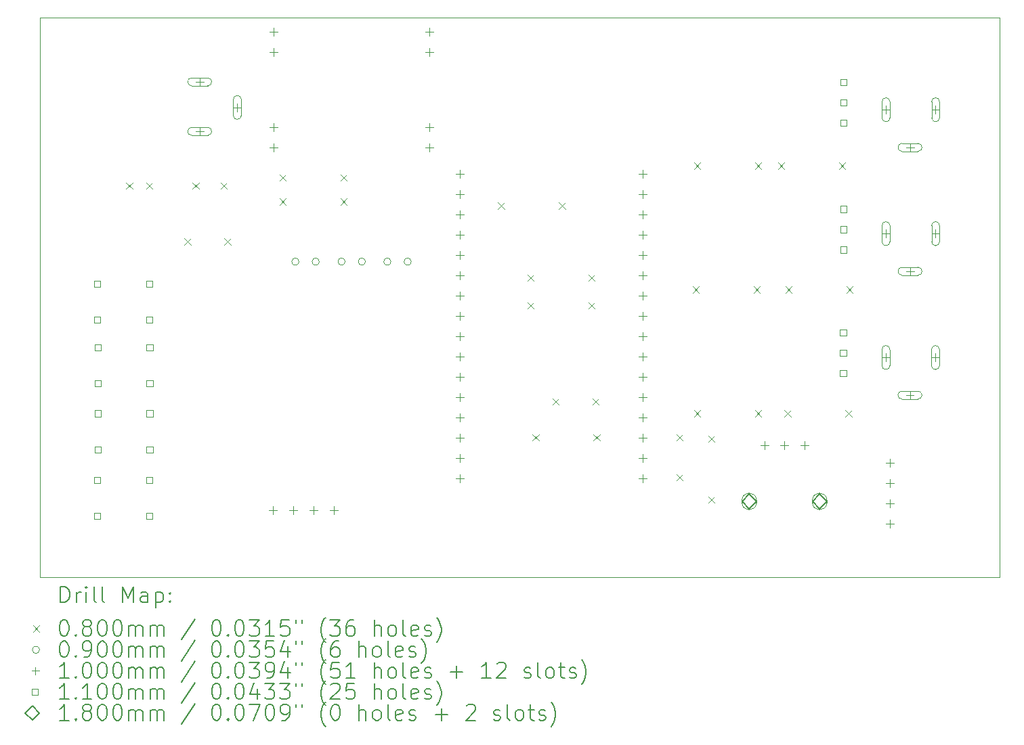
<source format=gbr>
%TF.GenerationSoftware,KiCad,Pcbnew,9.0.6*%
%TF.CreationDate,2025-12-28T14:00:27+01:00*%
%TF.ProjectId,astro-control,61737472-6f2d-4636-9f6e-74726f6c2e6b,rev?*%
%TF.SameCoordinates,Original*%
%TF.FileFunction,Drillmap*%
%TF.FilePolarity,Positive*%
%FSLAX45Y45*%
G04 Gerber Fmt 4.5, Leading zero omitted, Abs format (unit mm)*
G04 Created by KiCad (PCBNEW 9.0.6) date 2025-12-28 14:00:27*
%MOMM*%
%LPD*%
G01*
G04 APERTURE LIST*
%ADD10C,0.050000*%
%ADD11C,0.200000*%
%ADD12C,0.100000*%
%ADD13C,0.110000*%
%ADD14C,0.180000*%
G04 APERTURE END LIST*
D10*
X20200000Y-5000000D02*
X20200000Y-12000000D01*
X20200000Y-12000000D02*
X8200000Y-12000000D01*
X8200000Y-12000000D02*
X8200000Y-5000000D01*
X8200000Y-5000000D02*
X20200000Y-5000000D01*
D11*
D12*
X9279637Y-7060000D02*
X9359637Y-7140000D01*
X9359637Y-7060000D02*
X9279637Y-7140000D01*
X9529637Y-7060000D02*
X9609637Y-7140000D01*
X9609637Y-7060000D02*
X9529637Y-7140000D01*
X10010000Y-7760000D02*
X10090000Y-7840000D01*
X10090000Y-7760000D02*
X10010000Y-7840000D01*
X10110000Y-7058750D02*
X10190000Y-7138750D01*
X10190000Y-7058750D02*
X10110000Y-7138750D01*
X10460000Y-7058750D02*
X10540000Y-7138750D01*
X10540000Y-7058750D02*
X10460000Y-7138750D01*
X10510000Y-7760000D02*
X10590000Y-7840000D01*
X10590000Y-7760000D02*
X10510000Y-7840000D01*
X11198000Y-6960000D02*
X11278000Y-7040000D01*
X11278000Y-6960000D02*
X11198000Y-7040000D01*
X11198000Y-7260000D02*
X11278000Y-7340000D01*
X11278000Y-7260000D02*
X11198000Y-7340000D01*
X11960000Y-6960000D02*
X12040000Y-7040000D01*
X12040000Y-6960000D02*
X11960000Y-7040000D01*
X11960000Y-7260000D02*
X12040000Y-7340000D01*
X12040000Y-7260000D02*
X11960000Y-7340000D01*
X13929000Y-7310000D02*
X14009000Y-7390000D01*
X14009000Y-7310000D02*
X13929000Y-7390000D01*
X14298000Y-8210000D02*
X14378000Y-8290000D01*
X14378000Y-8210000D02*
X14298000Y-8290000D01*
X14298000Y-8560000D02*
X14378000Y-8640000D01*
X14378000Y-8560000D02*
X14298000Y-8640000D01*
X14360000Y-10210000D02*
X14440000Y-10290000D01*
X14440000Y-10210000D02*
X14360000Y-10290000D01*
X14610000Y-9760000D02*
X14690000Y-9840000D01*
X14690000Y-9760000D02*
X14610000Y-9840000D01*
X14691000Y-7310000D02*
X14771000Y-7390000D01*
X14771000Y-7310000D02*
X14691000Y-7390000D01*
X15060000Y-8210000D02*
X15140000Y-8290000D01*
X15140000Y-8210000D02*
X15060000Y-8290000D01*
X15060000Y-8560000D02*
X15140000Y-8640000D01*
X15140000Y-8560000D02*
X15060000Y-8640000D01*
X15110000Y-9760000D02*
X15190000Y-9840000D01*
X15190000Y-9760000D02*
X15110000Y-9840000D01*
X15122000Y-10210000D02*
X15202000Y-10290000D01*
X15202000Y-10210000D02*
X15122000Y-10290000D01*
X16160000Y-10210000D02*
X16240000Y-10290000D01*
X16240000Y-10210000D02*
X16160000Y-10290000D01*
X16160000Y-10710000D02*
X16240000Y-10790000D01*
X16240000Y-10710000D02*
X16160000Y-10790000D01*
X16361250Y-8361000D02*
X16441250Y-8441000D01*
X16441250Y-8361000D02*
X16361250Y-8441000D01*
X16379000Y-9910000D02*
X16459000Y-9990000D01*
X16459000Y-9910000D02*
X16379000Y-9990000D01*
X16380250Y-6810000D02*
X16460250Y-6890000D01*
X16460250Y-6810000D02*
X16380250Y-6890000D01*
X16560000Y-10229000D02*
X16640000Y-10309000D01*
X16640000Y-10229000D02*
X16560000Y-10309000D01*
X16560000Y-10991000D02*
X16640000Y-11071000D01*
X16640000Y-10991000D02*
X16560000Y-11071000D01*
X17123250Y-8361000D02*
X17203250Y-8441000D01*
X17203250Y-8361000D02*
X17123250Y-8441000D01*
X17141000Y-9910000D02*
X17221000Y-9990000D01*
X17221000Y-9910000D02*
X17141000Y-9990000D01*
X17142250Y-6810000D02*
X17222250Y-6890000D01*
X17222250Y-6810000D02*
X17142250Y-6890000D01*
X17430250Y-6810000D02*
X17510250Y-6890000D01*
X17510250Y-6810000D02*
X17430250Y-6890000D01*
X17510000Y-9910000D02*
X17590000Y-9990000D01*
X17590000Y-9910000D02*
X17510000Y-9990000D01*
X17525250Y-8361000D02*
X17605250Y-8441000D01*
X17605250Y-8361000D02*
X17525250Y-8441000D01*
X18192250Y-6810000D02*
X18272250Y-6890000D01*
X18272250Y-6810000D02*
X18192250Y-6890000D01*
X18272000Y-9910000D02*
X18352000Y-9990000D01*
X18352000Y-9910000D02*
X18272000Y-9990000D01*
X18287250Y-8361000D02*
X18367250Y-8441000D01*
X18367250Y-8361000D02*
X18287250Y-8441000D01*
X11441000Y-8050000D02*
G75*
G02*
X11351000Y-8050000I-45000J0D01*
G01*
X11351000Y-8050000D02*
G75*
G02*
X11441000Y-8050000I45000J0D01*
G01*
X11695000Y-8050000D02*
G75*
G02*
X11605000Y-8050000I-45000J0D01*
G01*
X11605000Y-8050000D02*
G75*
G02*
X11695000Y-8050000I45000J0D01*
G01*
X12018000Y-8050000D02*
G75*
G02*
X11928000Y-8050000I-45000J0D01*
G01*
X11928000Y-8050000D02*
G75*
G02*
X12018000Y-8050000I45000J0D01*
G01*
X12272000Y-8050000D02*
G75*
G02*
X12182000Y-8050000I-45000J0D01*
G01*
X12182000Y-8050000D02*
G75*
G02*
X12272000Y-8050000I45000J0D01*
G01*
X12591000Y-8050000D02*
G75*
G02*
X12501000Y-8050000I-45000J0D01*
G01*
X12501000Y-8050000D02*
G75*
G02*
X12591000Y-8050000I45000J0D01*
G01*
X12845000Y-8050000D02*
G75*
G02*
X12755000Y-8050000I-45000J0D01*
G01*
X12755000Y-8050000D02*
G75*
G02*
X12845000Y-8050000I45000J0D01*
G01*
X10200000Y-5750000D02*
X10200000Y-5850000D01*
X10150000Y-5800000D02*
X10250000Y-5800000D01*
X10100000Y-5850000D02*
X10300000Y-5850000D01*
X10300000Y-5750000D02*
G75*
G02*
X10300000Y-5850000I0J-50000D01*
G01*
X10300000Y-5750000D02*
X10100000Y-5750000D01*
X10100000Y-5750000D02*
G75*
G03*
X10100000Y-5850000I0J-50000D01*
G01*
X10200000Y-6370000D02*
X10200000Y-6470000D01*
X10150000Y-6420000D02*
X10250000Y-6420000D01*
X10100000Y-6470000D02*
X10300000Y-6470000D01*
X10300000Y-6370000D02*
G75*
G02*
X10300000Y-6470000I0J-50000D01*
G01*
X10300000Y-6370000D02*
X10100000Y-6370000D01*
X10100000Y-6370000D02*
G75*
G03*
X10100000Y-6470000I0J-50000D01*
G01*
X10670000Y-6070000D02*
X10670000Y-6170000D01*
X10620000Y-6120000D02*
X10720000Y-6120000D01*
X10720000Y-6220000D02*
X10720000Y-6020000D01*
X10620000Y-6020000D02*
G75*
G02*
X10720000Y-6020000I50000J0D01*
G01*
X10620000Y-6020000D02*
X10620000Y-6220000D01*
X10620000Y-6220000D02*
G75*
G03*
X10720000Y-6220000I50000J0D01*
G01*
X11119000Y-11113000D02*
X11119000Y-11213000D01*
X11069000Y-11163000D02*
X11169000Y-11163000D01*
X11127000Y-5127000D02*
X11127000Y-5227000D01*
X11077000Y-5177000D02*
X11177000Y-5177000D01*
X11127000Y-5381000D02*
X11127000Y-5481000D01*
X11077000Y-5431000D02*
X11177000Y-5431000D01*
X11127000Y-6319000D02*
X11127000Y-6419000D01*
X11077000Y-6369000D02*
X11177000Y-6369000D01*
X11127000Y-6573000D02*
X11127000Y-6673000D01*
X11077000Y-6623000D02*
X11177000Y-6623000D01*
X11373000Y-11113000D02*
X11373000Y-11213000D01*
X11323000Y-11163000D02*
X11423000Y-11163000D01*
X11627000Y-11113000D02*
X11627000Y-11213000D01*
X11577000Y-11163000D02*
X11677000Y-11163000D01*
X11881000Y-11113000D02*
X11881000Y-11213000D01*
X11831000Y-11163000D02*
X11931000Y-11163000D01*
X13073000Y-5127000D02*
X13073000Y-5227000D01*
X13023000Y-5177000D02*
X13123000Y-5177000D01*
X13073000Y-5381000D02*
X13073000Y-5481000D01*
X13023000Y-5431000D02*
X13123000Y-5431000D01*
X13073000Y-6319000D02*
X13073000Y-6419000D01*
X13023000Y-6369000D02*
X13123000Y-6369000D01*
X13073000Y-6573000D02*
X13073000Y-6673000D01*
X13023000Y-6623000D02*
X13123000Y-6623000D01*
X13450000Y-6900000D02*
X13450000Y-7000000D01*
X13400000Y-6950000D02*
X13500000Y-6950000D01*
X13450000Y-7154000D02*
X13450000Y-7254000D01*
X13400000Y-7204000D02*
X13500000Y-7204000D01*
X13450000Y-7408000D02*
X13450000Y-7508000D01*
X13400000Y-7458000D02*
X13500000Y-7458000D01*
X13450000Y-7662000D02*
X13450000Y-7762000D01*
X13400000Y-7712000D02*
X13500000Y-7712000D01*
X13450000Y-7916000D02*
X13450000Y-8016000D01*
X13400000Y-7966000D02*
X13500000Y-7966000D01*
X13450000Y-8170000D02*
X13450000Y-8270000D01*
X13400000Y-8220000D02*
X13500000Y-8220000D01*
X13450000Y-8424000D02*
X13450000Y-8524000D01*
X13400000Y-8474000D02*
X13500000Y-8474000D01*
X13450000Y-8678000D02*
X13450000Y-8778000D01*
X13400000Y-8728000D02*
X13500000Y-8728000D01*
X13450000Y-8932000D02*
X13450000Y-9032000D01*
X13400000Y-8982000D02*
X13500000Y-8982000D01*
X13450000Y-9186000D02*
X13450000Y-9286000D01*
X13400000Y-9236000D02*
X13500000Y-9236000D01*
X13450000Y-9440000D02*
X13450000Y-9540000D01*
X13400000Y-9490000D02*
X13500000Y-9490000D01*
X13450000Y-9694000D02*
X13450000Y-9794000D01*
X13400000Y-9744000D02*
X13500000Y-9744000D01*
X13450000Y-9948000D02*
X13450000Y-10048000D01*
X13400000Y-9998000D02*
X13500000Y-9998000D01*
X13450000Y-10202000D02*
X13450000Y-10302000D01*
X13400000Y-10252000D02*
X13500000Y-10252000D01*
X13450000Y-10456000D02*
X13450000Y-10556000D01*
X13400000Y-10506000D02*
X13500000Y-10506000D01*
X13450000Y-10710000D02*
X13450000Y-10810000D01*
X13400000Y-10760000D02*
X13500000Y-10760000D01*
X15736000Y-6900000D02*
X15736000Y-7000000D01*
X15686000Y-6950000D02*
X15786000Y-6950000D01*
X15736000Y-7154000D02*
X15736000Y-7254000D01*
X15686000Y-7204000D02*
X15786000Y-7204000D01*
X15736000Y-7408000D02*
X15736000Y-7508000D01*
X15686000Y-7458000D02*
X15786000Y-7458000D01*
X15736000Y-7662000D02*
X15736000Y-7762000D01*
X15686000Y-7712000D02*
X15786000Y-7712000D01*
X15736000Y-7916000D02*
X15736000Y-8016000D01*
X15686000Y-7966000D02*
X15786000Y-7966000D01*
X15736000Y-8170000D02*
X15736000Y-8270000D01*
X15686000Y-8220000D02*
X15786000Y-8220000D01*
X15736000Y-8424000D02*
X15736000Y-8524000D01*
X15686000Y-8474000D02*
X15786000Y-8474000D01*
X15736000Y-8678000D02*
X15736000Y-8778000D01*
X15686000Y-8728000D02*
X15786000Y-8728000D01*
X15736000Y-8932000D02*
X15736000Y-9032000D01*
X15686000Y-8982000D02*
X15786000Y-8982000D01*
X15736000Y-9186000D02*
X15736000Y-9286000D01*
X15686000Y-9236000D02*
X15786000Y-9236000D01*
X15736000Y-9440000D02*
X15736000Y-9540000D01*
X15686000Y-9490000D02*
X15786000Y-9490000D01*
X15736000Y-9694000D02*
X15736000Y-9794000D01*
X15686000Y-9744000D02*
X15786000Y-9744000D01*
X15736000Y-9948000D02*
X15736000Y-10048000D01*
X15686000Y-9998000D02*
X15786000Y-9998000D01*
X15736000Y-10202000D02*
X15736000Y-10302000D01*
X15686000Y-10252000D02*
X15786000Y-10252000D01*
X15736000Y-10456000D02*
X15736000Y-10556000D01*
X15686000Y-10506000D02*
X15786000Y-10506000D01*
X15736000Y-10710000D02*
X15736000Y-10810000D01*
X15686000Y-10760000D02*
X15786000Y-10760000D01*
X17260000Y-10300000D02*
X17260000Y-10400000D01*
X17210000Y-10350000D02*
X17310000Y-10350000D01*
X17510000Y-10300000D02*
X17510000Y-10400000D01*
X17460000Y-10350000D02*
X17560000Y-10350000D01*
X17760000Y-10300000D02*
X17760000Y-10400000D01*
X17710000Y-10350000D02*
X17810000Y-10350000D01*
X18778750Y-9200000D02*
X18778750Y-9300000D01*
X18728750Y-9250000D02*
X18828750Y-9250000D01*
X18728750Y-9150000D02*
X18728750Y-9350000D01*
X18828750Y-9350000D02*
G75*
G02*
X18728750Y-9350000I-50000J0D01*
G01*
X18828750Y-9350000D02*
X18828750Y-9150000D01*
X18828750Y-9150000D02*
G75*
G03*
X18728750Y-9150000I-50000J0D01*
G01*
X18780000Y-6100000D02*
X18780000Y-6200000D01*
X18730000Y-6150000D02*
X18830000Y-6150000D01*
X18730000Y-6050000D02*
X18730000Y-6250000D01*
X18830000Y-6250000D02*
G75*
G02*
X18730000Y-6250000I-50000J0D01*
G01*
X18830000Y-6250000D02*
X18830000Y-6050000D01*
X18830000Y-6050000D02*
G75*
G03*
X18730000Y-6050000I-50000J0D01*
G01*
X18780000Y-7650000D02*
X18780000Y-7750000D01*
X18730000Y-7700000D02*
X18830000Y-7700000D01*
X18730000Y-7600000D02*
X18730000Y-7800000D01*
X18830000Y-7800000D02*
G75*
G02*
X18730000Y-7800000I-50000J0D01*
G01*
X18830000Y-7800000D02*
X18830000Y-7600000D01*
X18830000Y-7600000D02*
G75*
G03*
X18730000Y-7600000I-50000J0D01*
G01*
X18827000Y-10519000D02*
X18827000Y-10619000D01*
X18777000Y-10569000D02*
X18877000Y-10569000D01*
X18827000Y-10773000D02*
X18827000Y-10873000D01*
X18777000Y-10823000D02*
X18877000Y-10823000D01*
X18827000Y-11027000D02*
X18827000Y-11127000D01*
X18777000Y-11077000D02*
X18877000Y-11077000D01*
X18827000Y-11281000D02*
X18827000Y-11381000D01*
X18777000Y-11331000D02*
X18877000Y-11331000D01*
X19078750Y-9670000D02*
X19078750Y-9770000D01*
X19028750Y-9720000D02*
X19128750Y-9720000D01*
X18978750Y-9770000D02*
X19178750Y-9770000D01*
X19178750Y-9670000D02*
G75*
G02*
X19178750Y-9770000I0J-50000D01*
G01*
X19178750Y-9670000D02*
X18978750Y-9670000D01*
X18978750Y-9670000D02*
G75*
G03*
X18978750Y-9770000I0J-50000D01*
G01*
X19080000Y-6570000D02*
X19080000Y-6670000D01*
X19030000Y-6620000D02*
X19130000Y-6620000D01*
X18980000Y-6670000D02*
X19180000Y-6670000D01*
X19180000Y-6570000D02*
G75*
G02*
X19180000Y-6670000I0J-50000D01*
G01*
X19180000Y-6570000D02*
X18980000Y-6570000D01*
X18980000Y-6570000D02*
G75*
G03*
X18980000Y-6670000I0J-50000D01*
G01*
X19080000Y-8120000D02*
X19080000Y-8220000D01*
X19030000Y-8170000D02*
X19130000Y-8170000D01*
X18980000Y-8220000D02*
X19180000Y-8220000D01*
X19180000Y-8120000D02*
G75*
G02*
X19180000Y-8220000I0J-50000D01*
G01*
X19180000Y-8120000D02*
X18980000Y-8120000D01*
X18980000Y-8120000D02*
G75*
G03*
X18980000Y-8220000I0J-50000D01*
G01*
X19398750Y-9200000D02*
X19398750Y-9300000D01*
X19348750Y-9250000D02*
X19448750Y-9250000D01*
X19348750Y-9150000D02*
X19348750Y-9350000D01*
X19448750Y-9350000D02*
G75*
G02*
X19348750Y-9350000I-50000J0D01*
G01*
X19448750Y-9350000D02*
X19448750Y-9150000D01*
X19448750Y-9150000D02*
G75*
G03*
X19348750Y-9150000I-50000J0D01*
G01*
X19400000Y-6100000D02*
X19400000Y-6200000D01*
X19350000Y-6150000D02*
X19450000Y-6150000D01*
X19350000Y-6050000D02*
X19350000Y-6250000D01*
X19450000Y-6250000D02*
G75*
G02*
X19350000Y-6250000I-50000J0D01*
G01*
X19450000Y-6250000D02*
X19450000Y-6050000D01*
X19450000Y-6050000D02*
G75*
G03*
X19350000Y-6050000I-50000J0D01*
G01*
X19400000Y-7650000D02*
X19400000Y-7750000D01*
X19350000Y-7700000D02*
X19450000Y-7700000D01*
X19350000Y-7600000D02*
X19350000Y-7800000D01*
X19450000Y-7800000D02*
G75*
G02*
X19350000Y-7800000I-50000J0D01*
G01*
X19450000Y-7800000D02*
X19450000Y-7600000D01*
X19450000Y-7600000D02*
G75*
G03*
X19350000Y-7600000I-50000J0D01*
G01*
D13*
X8956891Y-8363891D02*
X8956891Y-8286109D01*
X8879109Y-8286109D01*
X8879109Y-8363891D01*
X8956891Y-8363891D01*
X8956891Y-8813891D02*
X8956891Y-8736109D01*
X8879109Y-8736109D01*
X8879109Y-8813891D01*
X8956891Y-8813891D01*
X8956891Y-10823891D02*
X8956891Y-10746109D01*
X8879109Y-10746109D01*
X8879109Y-10823891D01*
X8956891Y-10823891D01*
X8956891Y-11273891D02*
X8956891Y-11196109D01*
X8879109Y-11196109D01*
X8879109Y-11273891D01*
X8956891Y-11273891D01*
X8963891Y-9163891D02*
X8963891Y-9086109D01*
X8886109Y-9086109D01*
X8886109Y-9163891D01*
X8963891Y-9163891D01*
X8963891Y-9613891D02*
X8963891Y-9536109D01*
X8886109Y-9536109D01*
X8886109Y-9613891D01*
X8963891Y-9613891D01*
X8963891Y-9988891D02*
X8963891Y-9911109D01*
X8886109Y-9911109D01*
X8886109Y-9988891D01*
X8963891Y-9988891D01*
X8963891Y-10438891D02*
X8963891Y-10361109D01*
X8886109Y-10361109D01*
X8886109Y-10438891D01*
X8963891Y-10438891D01*
X9606891Y-8363891D02*
X9606891Y-8286109D01*
X9529109Y-8286109D01*
X9529109Y-8363891D01*
X9606891Y-8363891D01*
X9606891Y-8813891D02*
X9606891Y-8736109D01*
X9529109Y-8736109D01*
X9529109Y-8813891D01*
X9606891Y-8813891D01*
X9606891Y-10823891D02*
X9606891Y-10746109D01*
X9529109Y-10746109D01*
X9529109Y-10823891D01*
X9606891Y-10823891D01*
X9606891Y-11273891D02*
X9606891Y-11196109D01*
X9529109Y-11196109D01*
X9529109Y-11273891D01*
X9606891Y-11273891D01*
X9613891Y-9163891D02*
X9613891Y-9086109D01*
X9536109Y-9086109D01*
X9536109Y-9163891D01*
X9613891Y-9163891D01*
X9613891Y-9613891D02*
X9613891Y-9536109D01*
X9536109Y-9536109D01*
X9536109Y-9613891D01*
X9613891Y-9613891D01*
X9613891Y-9988891D02*
X9613891Y-9911109D01*
X9536109Y-9911109D01*
X9536109Y-9988891D01*
X9613891Y-9988891D01*
X9613891Y-10438891D02*
X9613891Y-10361109D01*
X9536109Y-10361109D01*
X9536109Y-10438891D01*
X9613891Y-10438891D01*
X18283891Y-8976891D02*
X18283891Y-8899109D01*
X18206109Y-8899109D01*
X18206109Y-8976891D01*
X18283891Y-8976891D01*
X18283891Y-9230891D02*
X18283891Y-9153109D01*
X18206109Y-9153109D01*
X18206109Y-9230891D01*
X18283891Y-9230891D01*
X18283891Y-9484891D02*
X18283891Y-9407109D01*
X18206109Y-9407109D01*
X18206109Y-9484891D01*
X18283891Y-9484891D01*
X18285141Y-7431891D02*
X18285141Y-7354109D01*
X18207359Y-7354109D01*
X18207359Y-7431891D01*
X18285141Y-7431891D01*
X18285141Y-7685891D02*
X18285141Y-7608109D01*
X18207359Y-7608109D01*
X18207359Y-7685891D01*
X18285141Y-7685891D01*
X18285141Y-7939891D02*
X18285141Y-7862109D01*
X18207359Y-7862109D01*
X18207359Y-7939891D01*
X18285141Y-7939891D01*
X18290141Y-5840891D02*
X18290141Y-5763109D01*
X18212359Y-5763109D01*
X18212359Y-5840891D01*
X18290141Y-5840891D01*
X18290141Y-6094891D02*
X18290141Y-6017109D01*
X18212359Y-6017109D01*
X18212359Y-6094891D01*
X18290141Y-6094891D01*
X18290141Y-6348891D02*
X18290141Y-6271109D01*
X18212359Y-6271109D01*
X18212359Y-6348891D01*
X18290141Y-6348891D01*
D14*
X17070000Y-11140000D02*
X17160000Y-11050000D01*
X17070000Y-10960000D01*
X16980000Y-11050000D01*
X17070000Y-11140000D01*
D12*
X16980000Y-11035000D02*
X16980000Y-11065000D01*
X17160000Y-11065000D02*
G75*
G02*
X16980000Y-11065000I-90000J0D01*
G01*
X17160000Y-11065000D02*
X17160000Y-11035000D01*
X17160000Y-11035000D02*
G75*
G03*
X16980000Y-11035000I-90000J0D01*
G01*
D14*
X17950000Y-11140000D02*
X18040000Y-11050000D01*
X17950000Y-10960000D01*
X17860000Y-11050000D01*
X17950000Y-11140000D01*
D12*
X17860000Y-11035000D02*
X17860000Y-11065000D01*
X18040000Y-11065000D02*
G75*
G02*
X17860000Y-11065000I-90000J0D01*
G01*
X18040000Y-11065000D02*
X18040000Y-11035000D01*
X18040000Y-11035000D02*
G75*
G03*
X17860000Y-11035000I-90000J0D01*
G01*
D11*
X8458277Y-12313984D02*
X8458277Y-12113984D01*
X8458277Y-12113984D02*
X8505896Y-12113984D01*
X8505896Y-12113984D02*
X8534467Y-12123508D01*
X8534467Y-12123508D02*
X8553515Y-12142555D01*
X8553515Y-12142555D02*
X8563039Y-12161603D01*
X8563039Y-12161603D02*
X8572563Y-12199698D01*
X8572563Y-12199698D02*
X8572563Y-12228269D01*
X8572563Y-12228269D02*
X8563039Y-12266365D01*
X8563039Y-12266365D02*
X8553515Y-12285412D01*
X8553515Y-12285412D02*
X8534467Y-12304460D01*
X8534467Y-12304460D02*
X8505896Y-12313984D01*
X8505896Y-12313984D02*
X8458277Y-12313984D01*
X8658277Y-12313984D02*
X8658277Y-12180650D01*
X8658277Y-12218746D02*
X8667801Y-12199698D01*
X8667801Y-12199698D02*
X8677324Y-12190174D01*
X8677324Y-12190174D02*
X8696372Y-12180650D01*
X8696372Y-12180650D02*
X8715420Y-12180650D01*
X8782086Y-12313984D02*
X8782086Y-12180650D01*
X8782086Y-12113984D02*
X8772563Y-12123508D01*
X8772563Y-12123508D02*
X8782086Y-12133031D01*
X8782086Y-12133031D02*
X8791610Y-12123508D01*
X8791610Y-12123508D02*
X8782086Y-12113984D01*
X8782086Y-12113984D02*
X8782086Y-12133031D01*
X8905896Y-12313984D02*
X8886848Y-12304460D01*
X8886848Y-12304460D02*
X8877324Y-12285412D01*
X8877324Y-12285412D02*
X8877324Y-12113984D01*
X9010658Y-12313984D02*
X8991610Y-12304460D01*
X8991610Y-12304460D02*
X8982086Y-12285412D01*
X8982086Y-12285412D02*
X8982086Y-12113984D01*
X9239229Y-12313984D02*
X9239229Y-12113984D01*
X9239229Y-12113984D02*
X9305896Y-12256841D01*
X9305896Y-12256841D02*
X9372563Y-12113984D01*
X9372563Y-12113984D02*
X9372563Y-12313984D01*
X9553515Y-12313984D02*
X9553515Y-12209222D01*
X9553515Y-12209222D02*
X9543991Y-12190174D01*
X9543991Y-12190174D02*
X9524944Y-12180650D01*
X9524944Y-12180650D02*
X9486848Y-12180650D01*
X9486848Y-12180650D02*
X9467801Y-12190174D01*
X9553515Y-12304460D02*
X9534467Y-12313984D01*
X9534467Y-12313984D02*
X9486848Y-12313984D01*
X9486848Y-12313984D02*
X9467801Y-12304460D01*
X9467801Y-12304460D02*
X9458277Y-12285412D01*
X9458277Y-12285412D02*
X9458277Y-12266365D01*
X9458277Y-12266365D02*
X9467801Y-12247317D01*
X9467801Y-12247317D02*
X9486848Y-12237793D01*
X9486848Y-12237793D02*
X9534467Y-12237793D01*
X9534467Y-12237793D02*
X9553515Y-12228269D01*
X9648753Y-12180650D02*
X9648753Y-12380650D01*
X9648753Y-12190174D02*
X9667801Y-12180650D01*
X9667801Y-12180650D02*
X9705896Y-12180650D01*
X9705896Y-12180650D02*
X9724944Y-12190174D01*
X9724944Y-12190174D02*
X9734467Y-12199698D01*
X9734467Y-12199698D02*
X9743991Y-12218746D01*
X9743991Y-12218746D02*
X9743991Y-12275888D01*
X9743991Y-12275888D02*
X9734467Y-12294936D01*
X9734467Y-12294936D02*
X9724944Y-12304460D01*
X9724944Y-12304460D02*
X9705896Y-12313984D01*
X9705896Y-12313984D02*
X9667801Y-12313984D01*
X9667801Y-12313984D02*
X9648753Y-12304460D01*
X9829705Y-12294936D02*
X9839229Y-12304460D01*
X9839229Y-12304460D02*
X9829705Y-12313984D01*
X9829705Y-12313984D02*
X9820182Y-12304460D01*
X9820182Y-12304460D02*
X9829705Y-12294936D01*
X9829705Y-12294936D02*
X9829705Y-12313984D01*
X9829705Y-12190174D02*
X9839229Y-12199698D01*
X9839229Y-12199698D02*
X9829705Y-12209222D01*
X9829705Y-12209222D02*
X9820182Y-12199698D01*
X9820182Y-12199698D02*
X9829705Y-12190174D01*
X9829705Y-12190174D02*
X9829705Y-12209222D01*
D12*
X8117500Y-12602500D02*
X8197500Y-12682500D01*
X8197500Y-12602500D02*
X8117500Y-12682500D01*
D11*
X8496372Y-12533984D02*
X8515420Y-12533984D01*
X8515420Y-12533984D02*
X8534467Y-12543508D01*
X8534467Y-12543508D02*
X8543991Y-12553031D01*
X8543991Y-12553031D02*
X8553515Y-12572079D01*
X8553515Y-12572079D02*
X8563039Y-12610174D01*
X8563039Y-12610174D02*
X8563039Y-12657793D01*
X8563039Y-12657793D02*
X8553515Y-12695888D01*
X8553515Y-12695888D02*
X8543991Y-12714936D01*
X8543991Y-12714936D02*
X8534467Y-12724460D01*
X8534467Y-12724460D02*
X8515420Y-12733984D01*
X8515420Y-12733984D02*
X8496372Y-12733984D01*
X8496372Y-12733984D02*
X8477324Y-12724460D01*
X8477324Y-12724460D02*
X8467801Y-12714936D01*
X8467801Y-12714936D02*
X8458277Y-12695888D01*
X8458277Y-12695888D02*
X8448753Y-12657793D01*
X8448753Y-12657793D02*
X8448753Y-12610174D01*
X8448753Y-12610174D02*
X8458277Y-12572079D01*
X8458277Y-12572079D02*
X8467801Y-12553031D01*
X8467801Y-12553031D02*
X8477324Y-12543508D01*
X8477324Y-12543508D02*
X8496372Y-12533984D01*
X8648753Y-12714936D02*
X8658277Y-12724460D01*
X8658277Y-12724460D02*
X8648753Y-12733984D01*
X8648753Y-12733984D02*
X8639229Y-12724460D01*
X8639229Y-12724460D02*
X8648753Y-12714936D01*
X8648753Y-12714936D02*
X8648753Y-12733984D01*
X8772563Y-12619698D02*
X8753515Y-12610174D01*
X8753515Y-12610174D02*
X8743991Y-12600650D01*
X8743991Y-12600650D02*
X8734467Y-12581603D01*
X8734467Y-12581603D02*
X8734467Y-12572079D01*
X8734467Y-12572079D02*
X8743991Y-12553031D01*
X8743991Y-12553031D02*
X8753515Y-12543508D01*
X8753515Y-12543508D02*
X8772563Y-12533984D01*
X8772563Y-12533984D02*
X8810658Y-12533984D01*
X8810658Y-12533984D02*
X8829705Y-12543508D01*
X8829705Y-12543508D02*
X8839229Y-12553031D01*
X8839229Y-12553031D02*
X8848753Y-12572079D01*
X8848753Y-12572079D02*
X8848753Y-12581603D01*
X8848753Y-12581603D02*
X8839229Y-12600650D01*
X8839229Y-12600650D02*
X8829705Y-12610174D01*
X8829705Y-12610174D02*
X8810658Y-12619698D01*
X8810658Y-12619698D02*
X8772563Y-12619698D01*
X8772563Y-12619698D02*
X8753515Y-12629222D01*
X8753515Y-12629222D02*
X8743991Y-12638746D01*
X8743991Y-12638746D02*
X8734467Y-12657793D01*
X8734467Y-12657793D02*
X8734467Y-12695888D01*
X8734467Y-12695888D02*
X8743991Y-12714936D01*
X8743991Y-12714936D02*
X8753515Y-12724460D01*
X8753515Y-12724460D02*
X8772563Y-12733984D01*
X8772563Y-12733984D02*
X8810658Y-12733984D01*
X8810658Y-12733984D02*
X8829705Y-12724460D01*
X8829705Y-12724460D02*
X8839229Y-12714936D01*
X8839229Y-12714936D02*
X8848753Y-12695888D01*
X8848753Y-12695888D02*
X8848753Y-12657793D01*
X8848753Y-12657793D02*
X8839229Y-12638746D01*
X8839229Y-12638746D02*
X8829705Y-12629222D01*
X8829705Y-12629222D02*
X8810658Y-12619698D01*
X8972563Y-12533984D02*
X8991610Y-12533984D01*
X8991610Y-12533984D02*
X9010658Y-12543508D01*
X9010658Y-12543508D02*
X9020182Y-12553031D01*
X9020182Y-12553031D02*
X9029705Y-12572079D01*
X9029705Y-12572079D02*
X9039229Y-12610174D01*
X9039229Y-12610174D02*
X9039229Y-12657793D01*
X9039229Y-12657793D02*
X9029705Y-12695888D01*
X9029705Y-12695888D02*
X9020182Y-12714936D01*
X9020182Y-12714936D02*
X9010658Y-12724460D01*
X9010658Y-12724460D02*
X8991610Y-12733984D01*
X8991610Y-12733984D02*
X8972563Y-12733984D01*
X8972563Y-12733984D02*
X8953515Y-12724460D01*
X8953515Y-12724460D02*
X8943991Y-12714936D01*
X8943991Y-12714936D02*
X8934467Y-12695888D01*
X8934467Y-12695888D02*
X8924944Y-12657793D01*
X8924944Y-12657793D02*
X8924944Y-12610174D01*
X8924944Y-12610174D02*
X8934467Y-12572079D01*
X8934467Y-12572079D02*
X8943991Y-12553031D01*
X8943991Y-12553031D02*
X8953515Y-12543508D01*
X8953515Y-12543508D02*
X8972563Y-12533984D01*
X9163039Y-12533984D02*
X9182086Y-12533984D01*
X9182086Y-12533984D02*
X9201134Y-12543508D01*
X9201134Y-12543508D02*
X9210658Y-12553031D01*
X9210658Y-12553031D02*
X9220182Y-12572079D01*
X9220182Y-12572079D02*
X9229705Y-12610174D01*
X9229705Y-12610174D02*
X9229705Y-12657793D01*
X9229705Y-12657793D02*
X9220182Y-12695888D01*
X9220182Y-12695888D02*
X9210658Y-12714936D01*
X9210658Y-12714936D02*
X9201134Y-12724460D01*
X9201134Y-12724460D02*
X9182086Y-12733984D01*
X9182086Y-12733984D02*
X9163039Y-12733984D01*
X9163039Y-12733984D02*
X9143991Y-12724460D01*
X9143991Y-12724460D02*
X9134467Y-12714936D01*
X9134467Y-12714936D02*
X9124944Y-12695888D01*
X9124944Y-12695888D02*
X9115420Y-12657793D01*
X9115420Y-12657793D02*
X9115420Y-12610174D01*
X9115420Y-12610174D02*
X9124944Y-12572079D01*
X9124944Y-12572079D02*
X9134467Y-12553031D01*
X9134467Y-12553031D02*
X9143991Y-12543508D01*
X9143991Y-12543508D02*
X9163039Y-12533984D01*
X9315420Y-12733984D02*
X9315420Y-12600650D01*
X9315420Y-12619698D02*
X9324944Y-12610174D01*
X9324944Y-12610174D02*
X9343991Y-12600650D01*
X9343991Y-12600650D02*
X9372563Y-12600650D01*
X9372563Y-12600650D02*
X9391610Y-12610174D01*
X9391610Y-12610174D02*
X9401134Y-12629222D01*
X9401134Y-12629222D02*
X9401134Y-12733984D01*
X9401134Y-12629222D02*
X9410658Y-12610174D01*
X9410658Y-12610174D02*
X9429705Y-12600650D01*
X9429705Y-12600650D02*
X9458277Y-12600650D01*
X9458277Y-12600650D02*
X9477325Y-12610174D01*
X9477325Y-12610174D02*
X9486848Y-12629222D01*
X9486848Y-12629222D02*
X9486848Y-12733984D01*
X9582086Y-12733984D02*
X9582086Y-12600650D01*
X9582086Y-12619698D02*
X9591610Y-12610174D01*
X9591610Y-12610174D02*
X9610658Y-12600650D01*
X9610658Y-12600650D02*
X9639229Y-12600650D01*
X9639229Y-12600650D02*
X9658277Y-12610174D01*
X9658277Y-12610174D02*
X9667801Y-12629222D01*
X9667801Y-12629222D02*
X9667801Y-12733984D01*
X9667801Y-12629222D02*
X9677325Y-12610174D01*
X9677325Y-12610174D02*
X9696372Y-12600650D01*
X9696372Y-12600650D02*
X9724944Y-12600650D01*
X9724944Y-12600650D02*
X9743991Y-12610174D01*
X9743991Y-12610174D02*
X9753515Y-12629222D01*
X9753515Y-12629222D02*
X9753515Y-12733984D01*
X10143991Y-12524460D02*
X9972563Y-12781603D01*
X10401134Y-12533984D02*
X10420182Y-12533984D01*
X10420182Y-12533984D02*
X10439229Y-12543508D01*
X10439229Y-12543508D02*
X10448753Y-12553031D01*
X10448753Y-12553031D02*
X10458277Y-12572079D01*
X10458277Y-12572079D02*
X10467801Y-12610174D01*
X10467801Y-12610174D02*
X10467801Y-12657793D01*
X10467801Y-12657793D02*
X10458277Y-12695888D01*
X10458277Y-12695888D02*
X10448753Y-12714936D01*
X10448753Y-12714936D02*
X10439229Y-12724460D01*
X10439229Y-12724460D02*
X10420182Y-12733984D01*
X10420182Y-12733984D02*
X10401134Y-12733984D01*
X10401134Y-12733984D02*
X10382087Y-12724460D01*
X10382087Y-12724460D02*
X10372563Y-12714936D01*
X10372563Y-12714936D02*
X10363039Y-12695888D01*
X10363039Y-12695888D02*
X10353515Y-12657793D01*
X10353515Y-12657793D02*
X10353515Y-12610174D01*
X10353515Y-12610174D02*
X10363039Y-12572079D01*
X10363039Y-12572079D02*
X10372563Y-12553031D01*
X10372563Y-12553031D02*
X10382087Y-12543508D01*
X10382087Y-12543508D02*
X10401134Y-12533984D01*
X10553515Y-12714936D02*
X10563039Y-12724460D01*
X10563039Y-12724460D02*
X10553515Y-12733984D01*
X10553515Y-12733984D02*
X10543991Y-12724460D01*
X10543991Y-12724460D02*
X10553515Y-12714936D01*
X10553515Y-12714936D02*
X10553515Y-12733984D01*
X10686848Y-12533984D02*
X10705896Y-12533984D01*
X10705896Y-12533984D02*
X10724944Y-12543508D01*
X10724944Y-12543508D02*
X10734468Y-12553031D01*
X10734468Y-12553031D02*
X10743991Y-12572079D01*
X10743991Y-12572079D02*
X10753515Y-12610174D01*
X10753515Y-12610174D02*
X10753515Y-12657793D01*
X10753515Y-12657793D02*
X10743991Y-12695888D01*
X10743991Y-12695888D02*
X10734468Y-12714936D01*
X10734468Y-12714936D02*
X10724944Y-12724460D01*
X10724944Y-12724460D02*
X10705896Y-12733984D01*
X10705896Y-12733984D02*
X10686848Y-12733984D01*
X10686848Y-12733984D02*
X10667801Y-12724460D01*
X10667801Y-12724460D02*
X10658277Y-12714936D01*
X10658277Y-12714936D02*
X10648753Y-12695888D01*
X10648753Y-12695888D02*
X10639229Y-12657793D01*
X10639229Y-12657793D02*
X10639229Y-12610174D01*
X10639229Y-12610174D02*
X10648753Y-12572079D01*
X10648753Y-12572079D02*
X10658277Y-12553031D01*
X10658277Y-12553031D02*
X10667801Y-12543508D01*
X10667801Y-12543508D02*
X10686848Y-12533984D01*
X10820182Y-12533984D02*
X10943991Y-12533984D01*
X10943991Y-12533984D02*
X10877325Y-12610174D01*
X10877325Y-12610174D02*
X10905896Y-12610174D01*
X10905896Y-12610174D02*
X10924944Y-12619698D01*
X10924944Y-12619698D02*
X10934468Y-12629222D01*
X10934468Y-12629222D02*
X10943991Y-12648269D01*
X10943991Y-12648269D02*
X10943991Y-12695888D01*
X10943991Y-12695888D02*
X10934468Y-12714936D01*
X10934468Y-12714936D02*
X10924944Y-12724460D01*
X10924944Y-12724460D02*
X10905896Y-12733984D01*
X10905896Y-12733984D02*
X10848753Y-12733984D01*
X10848753Y-12733984D02*
X10829706Y-12724460D01*
X10829706Y-12724460D02*
X10820182Y-12714936D01*
X11134468Y-12733984D02*
X11020182Y-12733984D01*
X11077325Y-12733984D02*
X11077325Y-12533984D01*
X11077325Y-12533984D02*
X11058277Y-12562555D01*
X11058277Y-12562555D02*
X11039229Y-12581603D01*
X11039229Y-12581603D02*
X11020182Y-12591127D01*
X11315420Y-12533984D02*
X11220182Y-12533984D01*
X11220182Y-12533984D02*
X11210658Y-12629222D01*
X11210658Y-12629222D02*
X11220182Y-12619698D01*
X11220182Y-12619698D02*
X11239229Y-12610174D01*
X11239229Y-12610174D02*
X11286848Y-12610174D01*
X11286848Y-12610174D02*
X11305896Y-12619698D01*
X11305896Y-12619698D02*
X11315420Y-12629222D01*
X11315420Y-12629222D02*
X11324944Y-12648269D01*
X11324944Y-12648269D02*
X11324944Y-12695888D01*
X11324944Y-12695888D02*
X11315420Y-12714936D01*
X11315420Y-12714936D02*
X11305896Y-12724460D01*
X11305896Y-12724460D02*
X11286848Y-12733984D01*
X11286848Y-12733984D02*
X11239229Y-12733984D01*
X11239229Y-12733984D02*
X11220182Y-12724460D01*
X11220182Y-12724460D02*
X11210658Y-12714936D01*
X11401134Y-12533984D02*
X11401134Y-12572079D01*
X11477325Y-12533984D02*
X11477325Y-12572079D01*
X11772563Y-12810174D02*
X11763039Y-12800650D01*
X11763039Y-12800650D02*
X11743991Y-12772079D01*
X11743991Y-12772079D02*
X11734468Y-12753031D01*
X11734468Y-12753031D02*
X11724944Y-12724460D01*
X11724944Y-12724460D02*
X11715420Y-12676841D01*
X11715420Y-12676841D02*
X11715420Y-12638746D01*
X11715420Y-12638746D02*
X11724944Y-12591127D01*
X11724944Y-12591127D02*
X11734468Y-12562555D01*
X11734468Y-12562555D02*
X11743991Y-12543508D01*
X11743991Y-12543508D02*
X11763039Y-12514936D01*
X11763039Y-12514936D02*
X11772563Y-12505412D01*
X11829706Y-12533984D02*
X11953515Y-12533984D01*
X11953515Y-12533984D02*
X11886848Y-12610174D01*
X11886848Y-12610174D02*
X11915420Y-12610174D01*
X11915420Y-12610174D02*
X11934468Y-12619698D01*
X11934468Y-12619698D02*
X11943991Y-12629222D01*
X11943991Y-12629222D02*
X11953515Y-12648269D01*
X11953515Y-12648269D02*
X11953515Y-12695888D01*
X11953515Y-12695888D02*
X11943991Y-12714936D01*
X11943991Y-12714936D02*
X11934468Y-12724460D01*
X11934468Y-12724460D02*
X11915420Y-12733984D01*
X11915420Y-12733984D02*
X11858277Y-12733984D01*
X11858277Y-12733984D02*
X11839229Y-12724460D01*
X11839229Y-12724460D02*
X11829706Y-12714936D01*
X12124944Y-12533984D02*
X12086848Y-12533984D01*
X12086848Y-12533984D02*
X12067801Y-12543508D01*
X12067801Y-12543508D02*
X12058277Y-12553031D01*
X12058277Y-12553031D02*
X12039229Y-12581603D01*
X12039229Y-12581603D02*
X12029706Y-12619698D01*
X12029706Y-12619698D02*
X12029706Y-12695888D01*
X12029706Y-12695888D02*
X12039229Y-12714936D01*
X12039229Y-12714936D02*
X12048753Y-12724460D01*
X12048753Y-12724460D02*
X12067801Y-12733984D01*
X12067801Y-12733984D02*
X12105896Y-12733984D01*
X12105896Y-12733984D02*
X12124944Y-12724460D01*
X12124944Y-12724460D02*
X12134468Y-12714936D01*
X12134468Y-12714936D02*
X12143991Y-12695888D01*
X12143991Y-12695888D02*
X12143991Y-12648269D01*
X12143991Y-12648269D02*
X12134468Y-12629222D01*
X12134468Y-12629222D02*
X12124944Y-12619698D01*
X12124944Y-12619698D02*
X12105896Y-12610174D01*
X12105896Y-12610174D02*
X12067801Y-12610174D01*
X12067801Y-12610174D02*
X12048753Y-12619698D01*
X12048753Y-12619698D02*
X12039229Y-12629222D01*
X12039229Y-12629222D02*
X12029706Y-12648269D01*
X12382087Y-12733984D02*
X12382087Y-12533984D01*
X12467801Y-12733984D02*
X12467801Y-12629222D01*
X12467801Y-12629222D02*
X12458277Y-12610174D01*
X12458277Y-12610174D02*
X12439230Y-12600650D01*
X12439230Y-12600650D02*
X12410658Y-12600650D01*
X12410658Y-12600650D02*
X12391610Y-12610174D01*
X12391610Y-12610174D02*
X12382087Y-12619698D01*
X12591610Y-12733984D02*
X12572563Y-12724460D01*
X12572563Y-12724460D02*
X12563039Y-12714936D01*
X12563039Y-12714936D02*
X12553515Y-12695888D01*
X12553515Y-12695888D02*
X12553515Y-12638746D01*
X12553515Y-12638746D02*
X12563039Y-12619698D01*
X12563039Y-12619698D02*
X12572563Y-12610174D01*
X12572563Y-12610174D02*
X12591610Y-12600650D01*
X12591610Y-12600650D02*
X12620182Y-12600650D01*
X12620182Y-12600650D02*
X12639230Y-12610174D01*
X12639230Y-12610174D02*
X12648753Y-12619698D01*
X12648753Y-12619698D02*
X12658277Y-12638746D01*
X12658277Y-12638746D02*
X12658277Y-12695888D01*
X12658277Y-12695888D02*
X12648753Y-12714936D01*
X12648753Y-12714936D02*
X12639230Y-12724460D01*
X12639230Y-12724460D02*
X12620182Y-12733984D01*
X12620182Y-12733984D02*
X12591610Y-12733984D01*
X12772563Y-12733984D02*
X12753515Y-12724460D01*
X12753515Y-12724460D02*
X12743991Y-12705412D01*
X12743991Y-12705412D02*
X12743991Y-12533984D01*
X12924944Y-12724460D02*
X12905896Y-12733984D01*
X12905896Y-12733984D02*
X12867801Y-12733984D01*
X12867801Y-12733984D02*
X12848753Y-12724460D01*
X12848753Y-12724460D02*
X12839230Y-12705412D01*
X12839230Y-12705412D02*
X12839230Y-12629222D01*
X12839230Y-12629222D02*
X12848753Y-12610174D01*
X12848753Y-12610174D02*
X12867801Y-12600650D01*
X12867801Y-12600650D02*
X12905896Y-12600650D01*
X12905896Y-12600650D02*
X12924944Y-12610174D01*
X12924944Y-12610174D02*
X12934468Y-12629222D01*
X12934468Y-12629222D02*
X12934468Y-12648269D01*
X12934468Y-12648269D02*
X12839230Y-12667317D01*
X13010658Y-12724460D02*
X13029706Y-12733984D01*
X13029706Y-12733984D02*
X13067801Y-12733984D01*
X13067801Y-12733984D02*
X13086849Y-12724460D01*
X13086849Y-12724460D02*
X13096372Y-12705412D01*
X13096372Y-12705412D02*
X13096372Y-12695888D01*
X13096372Y-12695888D02*
X13086849Y-12676841D01*
X13086849Y-12676841D02*
X13067801Y-12667317D01*
X13067801Y-12667317D02*
X13039230Y-12667317D01*
X13039230Y-12667317D02*
X13020182Y-12657793D01*
X13020182Y-12657793D02*
X13010658Y-12638746D01*
X13010658Y-12638746D02*
X13010658Y-12629222D01*
X13010658Y-12629222D02*
X13020182Y-12610174D01*
X13020182Y-12610174D02*
X13039230Y-12600650D01*
X13039230Y-12600650D02*
X13067801Y-12600650D01*
X13067801Y-12600650D02*
X13086849Y-12610174D01*
X13163039Y-12810174D02*
X13172563Y-12800650D01*
X13172563Y-12800650D02*
X13191611Y-12772079D01*
X13191611Y-12772079D02*
X13201134Y-12753031D01*
X13201134Y-12753031D02*
X13210658Y-12724460D01*
X13210658Y-12724460D02*
X13220182Y-12676841D01*
X13220182Y-12676841D02*
X13220182Y-12638746D01*
X13220182Y-12638746D02*
X13210658Y-12591127D01*
X13210658Y-12591127D02*
X13201134Y-12562555D01*
X13201134Y-12562555D02*
X13191611Y-12543508D01*
X13191611Y-12543508D02*
X13172563Y-12514936D01*
X13172563Y-12514936D02*
X13163039Y-12505412D01*
D12*
X8197500Y-12906500D02*
G75*
G02*
X8107500Y-12906500I-45000J0D01*
G01*
X8107500Y-12906500D02*
G75*
G02*
X8197500Y-12906500I45000J0D01*
G01*
D11*
X8496372Y-12797984D02*
X8515420Y-12797984D01*
X8515420Y-12797984D02*
X8534467Y-12807508D01*
X8534467Y-12807508D02*
X8543991Y-12817031D01*
X8543991Y-12817031D02*
X8553515Y-12836079D01*
X8553515Y-12836079D02*
X8563039Y-12874174D01*
X8563039Y-12874174D02*
X8563039Y-12921793D01*
X8563039Y-12921793D02*
X8553515Y-12959888D01*
X8553515Y-12959888D02*
X8543991Y-12978936D01*
X8543991Y-12978936D02*
X8534467Y-12988460D01*
X8534467Y-12988460D02*
X8515420Y-12997984D01*
X8515420Y-12997984D02*
X8496372Y-12997984D01*
X8496372Y-12997984D02*
X8477324Y-12988460D01*
X8477324Y-12988460D02*
X8467801Y-12978936D01*
X8467801Y-12978936D02*
X8458277Y-12959888D01*
X8458277Y-12959888D02*
X8448753Y-12921793D01*
X8448753Y-12921793D02*
X8448753Y-12874174D01*
X8448753Y-12874174D02*
X8458277Y-12836079D01*
X8458277Y-12836079D02*
X8467801Y-12817031D01*
X8467801Y-12817031D02*
X8477324Y-12807508D01*
X8477324Y-12807508D02*
X8496372Y-12797984D01*
X8648753Y-12978936D02*
X8658277Y-12988460D01*
X8658277Y-12988460D02*
X8648753Y-12997984D01*
X8648753Y-12997984D02*
X8639229Y-12988460D01*
X8639229Y-12988460D02*
X8648753Y-12978936D01*
X8648753Y-12978936D02*
X8648753Y-12997984D01*
X8753515Y-12997984D02*
X8791610Y-12997984D01*
X8791610Y-12997984D02*
X8810658Y-12988460D01*
X8810658Y-12988460D02*
X8820182Y-12978936D01*
X8820182Y-12978936D02*
X8839229Y-12950365D01*
X8839229Y-12950365D02*
X8848753Y-12912269D01*
X8848753Y-12912269D02*
X8848753Y-12836079D01*
X8848753Y-12836079D02*
X8839229Y-12817031D01*
X8839229Y-12817031D02*
X8829705Y-12807508D01*
X8829705Y-12807508D02*
X8810658Y-12797984D01*
X8810658Y-12797984D02*
X8772563Y-12797984D01*
X8772563Y-12797984D02*
X8753515Y-12807508D01*
X8753515Y-12807508D02*
X8743991Y-12817031D01*
X8743991Y-12817031D02*
X8734467Y-12836079D01*
X8734467Y-12836079D02*
X8734467Y-12883698D01*
X8734467Y-12883698D02*
X8743991Y-12902746D01*
X8743991Y-12902746D02*
X8753515Y-12912269D01*
X8753515Y-12912269D02*
X8772563Y-12921793D01*
X8772563Y-12921793D02*
X8810658Y-12921793D01*
X8810658Y-12921793D02*
X8829705Y-12912269D01*
X8829705Y-12912269D02*
X8839229Y-12902746D01*
X8839229Y-12902746D02*
X8848753Y-12883698D01*
X8972563Y-12797984D02*
X8991610Y-12797984D01*
X8991610Y-12797984D02*
X9010658Y-12807508D01*
X9010658Y-12807508D02*
X9020182Y-12817031D01*
X9020182Y-12817031D02*
X9029705Y-12836079D01*
X9029705Y-12836079D02*
X9039229Y-12874174D01*
X9039229Y-12874174D02*
X9039229Y-12921793D01*
X9039229Y-12921793D02*
X9029705Y-12959888D01*
X9029705Y-12959888D02*
X9020182Y-12978936D01*
X9020182Y-12978936D02*
X9010658Y-12988460D01*
X9010658Y-12988460D02*
X8991610Y-12997984D01*
X8991610Y-12997984D02*
X8972563Y-12997984D01*
X8972563Y-12997984D02*
X8953515Y-12988460D01*
X8953515Y-12988460D02*
X8943991Y-12978936D01*
X8943991Y-12978936D02*
X8934467Y-12959888D01*
X8934467Y-12959888D02*
X8924944Y-12921793D01*
X8924944Y-12921793D02*
X8924944Y-12874174D01*
X8924944Y-12874174D02*
X8934467Y-12836079D01*
X8934467Y-12836079D02*
X8943991Y-12817031D01*
X8943991Y-12817031D02*
X8953515Y-12807508D01*
X8953515Y-12807508D02*
X8972563Y-12797984D01*
X9163039Y-12797984D02*
X9182086Y-12797984D01*
X9182086Y-12797984D02*
X9201134Y-12807508D01*
X9201134Y-12807508D02*
X9210658Y-12817031D01*
X9210658Y-12817031D02*
X9220182Y-12836079D01*
X9220182Y-12836079D02*
X9229705Y-12874174D01*
X9229705Y-12874174D02*
X9229705Y-12921793D01*
X9229705Y-12921793D02*
X9220182Y-12959888D01*
X9220182Y-12959888D02*
X9210658Y-12978936D01*
X9210658Y-12978936D02*
X9201134Y-12988460D01*
X9201134Y-12988460D02*
X9182086Y-12997984D01*
X9182086Y-12997984D02*
X9163039Y-12997984D01*
X9163039Y-12997984D02*
X9143991Y-12988460D01*
X9143991Y-12988460D02*
X9134467Y-12978936D01*
X9134467Y-12978936D02*
X9124944Y-12959888D01*
X9124944Y-12959888D02*
X9115420Y-12921793D01*
X9115420Y-12921793D02*
X9115420Y-12874174D01*
X9115420Y-12874174D02*
X9124944Y-12836079D01*
X9124944Y-12836079D02*
X9134467Y-12817031D01*
X9134467Y-12817031D02*
X9143991Y-12807508D01*
X9143991Y-12807508D02*
X9163039Y-12797984D01*
X9315420Y-12997984D02*
X9315420Y-12864650D01*
X9315420Y-12883698D02*
X9324944Y-12874174D01*
X9324944Y-12874174D02*
X9343991Y-12864650D01*
X9343991Y-12864650D02*
X9372563Y-12864650D01*
X9372563Y-12864650D02*
X9391610Y-12874174D01*
X9391610Y-12874174D02*
X9401134Y-12893222D01*
X9401134Y-12893222D02*
X9401134Y-12997984D01*
X9401134Y-12893222D02*
X9410658Y-12874174D01*
X9410658Y-12874174D02*
X9429705Y-12864650D01*
X9429705Y-12864650D02*
X9458277Y-12864650D01*
X9458277Y-12864650D02*
X9477325Y-12874174D01*
X9477325Y-12874174D02*
X9486848Y-12893222D01*
X9486848Y-12893222D02*
X9486848Y-12997984D01*
X9582086Y-12997984D02*
X9582086Y-12864650D01*
X9582086Y-12883698D02*
X9591610Y-12874174D01*
X9591610Y-12874174D02*
X9610658Y-12864650D01*
X9610658Y-12864650D02*
X9639229Y-12864650D01*
X9639229Y-12864650D02*
X9658277Y-12874174D01*
X9658277Y-12874174D02*
X9667801Y-12893222D01*
X9667801Y-12893222D02*
X9667801Y-12997984D01*
X9667801Y-12893222D02*
X9677325Y-12874174D01*
X9677325Y-12874174D02*
X9696372Y-12864650D01*
X9696372Y-12864650D02*
X9724944Y-12864650D01*
X9724944Y-12864650D02*
X9743991Y-12874174D01*
X9743991Y-12874174D02*
X9753515Y-12893222D01*
X9753515Y-12893222D02*
X9753515Y-12997984D01*
X10143991Y-12788460D02*
X9972563Y-13045603D01*
X10401134Y-12797984D02*
X10420182Y-12797984D01*
X10420182Y-12797984D02*
X10439229Y-12807508D01*
X10439229Y-12807508D02*
X10448753Y-12817031D01*
X10448753Y-12817031D02*
X10458277Y-12836079D01*
X10458277Y-12836079D02*
X10467801Y-12874174D01*
X10467801Y-12874174D02*
X10467801Y-12921793D01*
X10467801Y-12921793D02*
X10458277Y-12959888D01*
X10458277Y-12959888D02*
X10448753Y-12978936D01*
X10448753Y-12978936D02*
X10439229Y-12988460D01*
X10439229Y-12988460D02*
X10420182Y-12997984D01*
X10420182Y-12997984D02*
X10401134Y-12997984D01*
X10401134Y-12997984D02*
X10382087Y-12988460D01*
X10382087Y-12988460D02*
X10372563Y-12978936D01*
X10372563Y-12978936D02*
X10363039Y-12959888D01*
X10363039Y-12959888D02*
X10353515Y-12921793D01*
X10353515Y-12921793D02*
X10353515Y-12874174D01*
X10353515Y-12874174D02*
X10363039Y-12836079D01*
X10363039Y-12836079D02*
X10372563Y-12817031D01*
X10372563Y-12817031D02*
X10382087Y-12807508D01*
X10382087Y-12807508D02*
X10401134Y-12797984D01*
X10553515Y-12978936D02*
X10563039Y-12988460D01*
X10563039Y-12988460D02*
X10553515Y-12997984D01*
X10553515Y-12997984D02*
X10543991Y-12988460D01*
X10543991Y-12988460D02*
X10553515Y-12978936D01*
X10553515Y-12978936D02*
X10553515Y-12997984D01*
X10686848Y-12797984D02*
X10705896Y-12797984D01*
X10705896Y-12797984D02*
X10724944Y-12807508D01*
X10724944Y-12807508D02*
X10734468Y-12817031D01*
X10734468Y-12817031D02*
X10743991Y-12836079D01*
X10743991Y-12836079D02*
X10753515Y-12874174D01*
X10753515Y-12874174D02*
X10753515Y-12921793D01*
X10753515Y-12921793D02*
X10743991Y-12959888D01*
X10743991Y-12959888D02*
X10734468Y-12978936D01*
X10734468Y-12978936D02*
X10724944Y-12988460D01*
X10724944Y-12988460D02*
X10705896Y-12997984D01*
X10705896Y-12997984D02*
X10686848Y-12997984D01*
X10686848Y-12997984D02*
X10667801Y-12988460D01*
X10667801Y-12988460D02*
X10658277Y-12978936D01*
X10658277Y-12978936D02*
X10648753Y-12959888D01*
X10648753Y-12959888D02*
X10639229Y-12921793D01*
X10639229Y-12921793D02*
X10639229Y-12874174D01*
X10639229Y-12874174D02*
X10648753Y-12836079D01*
X10648753Y-12836079D02*
X10658277Y-12817031D01*
X10658277Y-12817031D02*
X10667801Y-12807508D01*
X10667801Y-12807508D02*
X10686848Y-12797984D01*
X10820182Y-12797984D02*
X10943991Y-12797984D01*
X10943991Y-12797984D02*
X10877325Y-12874174D01*
X10877325Y-12874174D02*
X10905896Y-12874174D01*
X10905896Y-12874174D02*
X10924944Y-12883698D01*
X10924944Y-12883698D02*
X10934468Y-12893222D01*
X10934468Y-12893222D02*
X10943991Y-12912269D01*
X10943991Y-12912269D02*
X10943991Y-12959888D01*
X10943991Y-12959888D02*
X10934468Y-12978936D01*
X10934468Y-12978936D02*
X10924944Y-12988460D01*
X10924944Y-12988460D02*
X10905896Y-12997984D01*
X10905896Y-12997984D02*
X10848753Y-12997984D01*
X10848753Y-12997984D02*
X10829706Y-12988460D01*
X10829706Y-12988460D02*
X10820182Y-12978936D01*
X11124944Y-12797984D02*
X11029706Y-12797984D01*
X11029706Y-12797984D02*
X11020182Y-12893222D01*
X11020182Y-12893222D02*
X11029706Y-12883698D01*
X11029706Y-12883698D02*
X11048753Y-12874174D01*
X11048753Y-12874174D02*
X11096372Y-12874174D01*
X11096372Y-12874174D02*
X11115420Y-12883698D01*
X11115420Y-12883698D02*
X11124944Y-12893222D01*
X11124944Y-12893222D02*
X11134468Y-12912269D01*
X11134468Y-12912269D02*
X11134468Y-12959888D01*
X11134468Y-12959888D02*
X11124944Y-12978936D01*
X11124944Y-12978936D02*
X11115420Y-12988460D01*
X11115420Y-12988460D02*
X11096372Y-12997984D01*
X11096372Y-12997984D02*
X11048753Y-12997984D01*
X11048753Y-12997984D02*
X11029706Y-12988460D01*
X11029706Y-12988460D02*
X11020182Y-12978936D01*
X11305896Y-12864650D02*
X11305896Y-12997984D01*
X11258277Y-12788460D02*
X11210658Y-12931317D01*
X11210658Y-12931317D02*
X11334467Y-12931317D01*
X11401134Y-12797984D02*
X11401134Y-12836079D01*
X11477325Y-12797984D02*
X11477325Y-12836079D01*
X11772563Y-13074174D02*
X11763039Y-13064650D01*
X11763039Y-13064650D02*
X11743991Y-13036079D01*
X11743991Y-13036079D02*
X11734468Y-13017031D01*
X11734468Y-13017031D02*
X11724944Y-12988460D01*
X11724944Y-12988460D02*
X11715420Y-12940841D01*
X11715420Y-12940841D02*
X11715420Y-12902746D01*
X11715420Y-12902746D02*
X11724944Y-12855127D01*
X11724944Y-12855127D02*
X11734468Y-12826555D01*
X11734468Y-12826555D02*
X11743991Y-12807508D01*
X11743991Y-12807508D02*
X11763039Y-12778936D01*
X11763039Y-12778936D02*
X11772563Y-12769412D01*
X11934468Y-12797984D02*
X11896372Y-12797984D01*
X11896372Y-12797984D02*
X11877325Y-12807508D01*
X11877325Y-12807508D02*
X11867801Y-12817031D01*
X11867801Y-12817031D02*
X11848753Y-12845603D01*
X11848753Y-12845603D02*
X11839229Y-12883698D01*
X11839229Y-12883698D02*
X11839229Y-12959888D01*
X11839229Y-12959888D02*
X11848753Y-12978936D01*
X11848753Y-12978936D02*
X11858277Y-12988460D01*
X11858277Y-12988460D02*
X11877325Y-12997984D01*
X11877325Y-12997984D02*
X11915420Y-12997984D01*
X11915420Y-12997984D02*
X11934468Y-12988460D01*
X11934468Y-12988460D02*
X11943991Y-12978936D01*
X11943991Y-12978936D02*
X11953515Y-12959888D01*
X11953515Y-12959888D02*
X11953515Y-12912269D01*
X11953515Y-12912269D02*
X11943991Y-12893222D01*
X11943991Y-12893222D02*
X11934468Y-12883698D01*
X11934468Y-12883698D02*
X11915420Y-12874174D01*
X11915420Y-12874174D02*
X11877325Y-12874174D01*
X11877325Y-12874174D02*
X11858277Y-12883698D01*
X11858277Y-12883698D02*
X11848753Y-12893222D01*
X11848753Y-12893222D02*
X11839229Y-12912269D01*
X12191610Y-12997984D02*
X12191610Y-12797984D01*
X12277325Y-12997984D02*
X12277325Y-12893222D01*
X12277325Y-12893222D02*
X12267801Y-12874174D01*
X12267801Y-12874174D02*
X12248753Y-12864650D01*
X12248753Y-12864650D02*
X12220182Y-12864650D01*
X12220182Y-12864650D02*
X12201134Y-12874174D01*
X12201134Y-12874174D02*
X12191610Y-12883698D01*
X12401134Y-12997984D02*
X12382087Y-12988460D01*
X12382087Y-12988460D02*
X12372563Y-12978936D01*
X12372563Y-12978936D02*
X12363039Y-12959888D01*
X12363039Y-12959888D02*
X12363039Y-12902746D01*
X12363039Y-12902746D02*
X12372563Y-12883698D01*
X12372563Y-12883698D02*
X12382087Y-12874174D01*
X12382087Y-12874174D02*
X12401134Y-12864650D01*
X12401134Y-12864650D02*
X12429706Y-12864650D01*
X12429706Y-12864650D02*
X12448753Y-12874174D01*
X12448753Y-12874174D02*
X12458277Y-12883698D01*
X12458277Y-12883698D02*
X12467801Y-12902746D01*
X12467801Y-12902746D02*
X12467801Y-12959888D01*
X12467801Y-12959888D02*
X12458277Y-12978936D01*
X12458277Y-12978936D02*
X12448753Y-12988460D01*
X12448753Y-12988460D02*
X12429706Y-12997984D01*
X12429706Y-12997984D02*
X12401134Y-12997984D01*
X12582087Y-12997984D02*
X12563039Y-12988460D01*
X12563039Y-12988460D02*
X12553515Y-12969412D01*
X12553515Y-12969412D02*
X12553515Y-12797984D01*
X12734468Y-12988460D02*
X12715420Y-12997984D01*
X12715420Y-12997984D02*
X12677325Y-12997984D01*
X12677325Y-12997984D02*
X12658277Y-12988460D01*
X12658277Y-12988460D02*
X12648753Y-12969412D01*
X12648753Y-12969412D02*
X12648753Y-12893222D01*
X12648753Y-12893222D02*
X12658277Y-12874174D01*
X12658277Y-12874174D02*
X12677325Y-12864650D01*
X12677325Y-12864650D02*
X12715420Y-12864650D01*
X12715420Y-12864650D02*
X12734468Y-12874174D01*
X12734468Y-12874174D02*
X12743991Y-12893222D01*
X12743991Y-12893222D02*
X12743991Y-12912269D01*
X12743991Y-12912269D02*
X12648753Y-12931317D01*
X12820182Y-12988460D02*
X12839230Y-12997984D01*
X12839230Y-12997984D02*
X12877325Y-12997984D01*
X12877325Y-12997984D02*
X12896372Y-12988460D01*
X12896372Y-12988460D02*
X12905896Y-12969412D01*
X12905896Y-12969412D02*
X12905896Y-12959888D01*
X12905896Y-12959888D02*
X12896372Y-12940841D01*
X12896372Y-12940841D02*
X12877325Y-12931317D01*
X12877325Y-12931317D02*
X12848753Y-12931317D01*
X12848753Y-12931317D02*
X12829706Y-12921793D01*
X12829706Y-12921793D02*
X12820182Y-12902746D01*
X12820182Y-12902746D02*
X12820182Y-12893222D01*
X12820182Y-12893222D02*
X12829706Y-12874174D01*
X12829706Y-12874174D02*
X12848753Y-12864650D01*
X12848753Y-12864650D02*
X12877325Y-12864650D01*
X12877325Y-12864650D02*
X12896372Y-12874174D01*
X12972563Y-13074174D02*
X12982087Y-13064650D01*
X12982087Y-13064650D02*
X13001134Y-13036079D01*
X13001134Y-13036079D02*
X13010658Y-13017031D01*
X13010658Y-13017031D02*
X13020182Y-12988460D01*
X13020182Y-12988460D02*
X13029706Y-12940841D01*
X13029706Y-12940841D02*
X13029706Y-12902746D01*
X13029706Y-12902746D02*
X13020182Y-12855127D01*
X13020182Y-12855127D02*
X13010658Y-12826555D01*
X13010658Y-12826555D02*
X13001134Y-12807508D01*
X13001134Y-12807508D02*
X12982087Y-12778936D01*
X12982087Y-12778936D02*
X12972563Y-12769412D01*
D12*
X8147500Y-13120500D02*
X8147500Y-13220500D01*
X8097500Y-13170500D02*
X8197500Y-13170500D01*
D11*
X8563039Y-13261984D02*
X8448753Y-13261984D01*
X8505896Y-13261984D02*
X8505896Y-13061984D01*
X8505896Y-13061984D02*
X8486848Y-13090555D01*
X8486848Y-13090555D02*
X8467801Y-13109603D01*
X8467801Y-13109603D02*
X8448753Y-13119127D01*
X8648753Y-13242936D02*
X8658277Y-13252460D01*
X8658277Y-13252460D02*
X8648753Y-13261984D01*
X8648753Y-13261984D02*
X8639229Y-13252460D01*
X8639229Y-13252460D02*
X8648753Y-13242936D01*
X8648753Y-13242936D02*
X8648753Y-13261984D01*
X8782086Y-13061984D02*
X8801134Y-13061984D01*
X8801134Y-13061984D02*
X8820182Y-13071508D01*
X8820182Y-13071508D02*
X8829705Y-13081031D01*
X8829705Y-13081031D02*
X8839229Y-13100079D01*
X8839229Y-13100079D02*
X8848753Y-13138174D01*
X8848753Y-13138174D02*
X8848753Y-13185793D01*
X8848753Y-13185793D02*
X8839229Y-13223888D01*
X8839229Y-13223888D02*
X8829705Y-13242936D01*
X8829705Y-13242936D02*
X8820182Y-13252460D01*
X8820182Y-13252460D02*
X8801134Y-13261984D01*
X8801134Y-13261984D02*
X8782086Y-13261984D01*
X8782086Y-13261984D02*
X8763039Y-13252460D01*
X8763039Y-13252460D02*
X8753515Y-13242936D01*
X8753515Y-13242936D02*
X8743991Y-13223888D01*
X8743991Y-13223888D02*
X8734467Y-13185793D01*
X8734467Y-13185793D02*
X8734467Y-13138174D01*
X8734467Y-13138174D02*
X8743991Y-13100079D01*
X8743991Y-13100079D02*
X8753515Y-13081031D01*
X8753515Y-13081031D02*
X8763039Y-13071508D01*
X8763039Y-13071508D02*
X8782086Y-13061984D01*
X8972563Y-13061984D02*
X8991610Y-13061984D01*
X8991610Y-13061984D02*
X9010658Y-13071508D01*
X9010658Y-13071508D02*
X9020182Y-13081031D01*
X9020182Y-13081031D02*
X9029705Y-13100079D01*
X9029705Y-13100079D02*
X9039229Y-13138174D01*
X9039229Y-13138174D02*
X9039229Y-13185793D01*
X9039229Y-13185793D02*
X9029705Y-13223888D01*
X9029705Y-13223888D02*
X9020182Y-13242936D01*
X9020182Y-13242936D02*
X9010658Y-13252460D01*
X9010658Y-13252460D02*
X8991610Y-13261984D01*
X8991610Y-13261984D02*
X8972563Y-13261984D01*
X8972563Y-13261984D02*
X8953515Y-13252460D01*
X8953515Y-13252460D02*
X8943991Y-13242936D01*
X8943991Y-13242936D02*
X8934467Y-13223888D01*
X8934467Y-13223888D02*
X8924944Y-13185793D01*
X8924944Y-13185793D02*
X8924944Y-13138174D01*
X8924944Y-13138174D02*
X8934467Y-13100079D01*
X8934467Y-13100079D02*
X8943991Y-13081031D01*
X8943991Y-13081031D02*
X8953515Y-13071508D01*
X8953515Y-13071508D02*
X8972563Y-13061984D01*
X9163039Y-13061984D02*
X9182086Y-13061984D01*
X9182086Y-13061984D02*
X9201134Y-13071508D01*
X9201134Y-13071508D02*
X9210658Y-13081031D01*
X9210658Y-13081031D02*
X9220182Y-13100079D01*
X9220182Y-13100079D02*
X9229705Y-13138174D01*
X9229705Y-13138174D02*
X9229705Y-13185793D01*
X9229705Y-13185793D02*
X9220182Y-13223888D01*
X9220182Y-13223888D02*
X9210658Y-13242936D01*
X9210658Y-13242936D02*
X9201134Y-13252460D01*
X9201134Y-13252460D02*
X9182086Y-13261984D01*
X9182086Y-13261984D02*
X9163039Y-13261984D01*
X9163039Y-13261984D02*
X9143991Y-13252460D01*
X9143991Y-13252460D02*
X9134467Y-13242936D01*
X9134467Y-13242936D02*
X9124944Y-13223888D01*
X9124944Y-13223888D02*
X9115420Y-13185793D01*
X9115420Y-13185793D02*
X9115420Y-13138174D01*
X9115420Y-13138174D02*
X9124944Y-13100079D01*
X9124944Y-13100079D02*
X9134467Y-13081031D01*
X9134467Y-13081031D02*
X9143991Y-13071508D01*
X9143991Y-13071508D02*
X9163039Y-13061984D01*
X9315420Y-13261984D02*
X9315420Y-13128650D01*
X9315420Y-13147698D02*
X9324944Y-13138174D01*
X9324944Y-13138174D02*
X9343991Y-13128650D01*
X9343991Y-13128650D02*
X9372563Y-13128650D01*
X9372563Y-13128650D02*
X9391610Y-13138174D01*
X9391610Y-13138174D02*
X9401134Y-13157222D01*
X9401134Y-13157222D02*
X9401134Y-13261984D01*
X9401134Y-13157222D02*
X9410658Y-13138174D01*
X9410658Y-13138174D02*
X9429705Y-13128650D01*
X9429705Y-13128650D02*
X9458277Y-13128650D01*
X9458277Y-13128650D02*
X9477325Y-13138174D01*
X9477325Y-13138174D02*
X9486848Y-13157222D01*
X9486848Y-13157222D02*
X9486848Y-13261984D01*
X9582086Y-13261984D02*
X9582086Y-13128650D01*
X9582086Y-13147698D02*
X9591610Y-13138174D01*
X9591610Y-13138174D02*
X9610658Y-13128650D01*
X9610658Y-13128650D02*
X9639229Y-13128650D01*
X9639229Y-13128650D02*
X9658277Y-13138174D01*
X9658277Y-13138174D02*
X9667801Y-13157222D01*
X9667801Y-13157222D02*
X9667801Y-13261984D01*
X9667801Y-13157222D02*
X9677325Y-13138174D01*
X9677325Y-13138174D02*
X9696372Y-13128650D01*
X9696372Y-13128650D02*
X9724944Y-13128650D01*
X9724944Y-13128650D02*
X9743991Y-13138174D01*
X9743991Y-13138174D02*
X9753515Y-13157222D01*
X9753515Y-13157222D02*
X9753515Y-13261984D01*
X10143991Y-13052460D02*
X9972563Y-13309603D01*
X10401134Y-13061984D02*
X10420182Y-13061984D01*
X10420182Y-13061984D02*
X10439229Y-13071508D01*
X10439229Y-13071508D02*
X10448753Y-13081031D01*
X10448753Y-13081031D02*
X10458277Y-13100079D01*
X10458277Y-13100079D02*
X10467801Y-13138174D01*
X10467801Y-13138174D02*
X10467801Y-13185793D01*
X10467801Y-13185793D02*
X10458277Y-13223888D01*
X10458277Y-13223888D02*
X10448753Y-13242936D01*
X10448753Y-13242936D02*
X10439229Y-13252460D01*
X10439229Y-13252460D02*
X10420182Y-13261984D01*
X10420182Y-13261984D02*
X10401134Y-13261984D01*
X10401134Y-13261984D02*
X10382087Y-13252460D01*
X10382087Y-13252460D02*
X10372563Y-13242936D01*
X10372563Y-13242936D02*
X10363039Y-13223888D01*
X10363039Y-13223888D02*
X10353515Y-13185793D01*
X10353515Y-13185793D02*
X10353515Y-13138174D01*
X10353515Y-13138174D02*
X10363039Y-13100079D01*
X10363039Y-13100079D02*
X10372563Y-13081031D01*
X10372563Y-13081031D02*
X10382087Y-13071508D01*
X10382087Y-13071508D02*
X10401134Y-13061984D01*
X10553515Y-13242936D02*
X10563039Y-13252460D01*
X10563039Y-13252460D02*
X10553515Y-13261984D01*
X10553515Y-13261984D02*
X10543991Y-13252460D01*
X10543991Y-13252460D02*
X10553515Y-13242936D01*
X10553515Y-13242936D02*
X10553515Y-13261984D01*
X10686848Y-13061984D02*
X10705896Y-13061984D01*
X10705896Y-13061984D02*
X10724944Y-13071508D01*
X10724944Y-13071508D02*
X10734468Y-13081031D01*
X10734468Y-13081031D02*
X10743991Y-13100079D01*
X10743991Y-13100079D02*
X10753515Y-13138174D01*
X10753515Y-13138174D02*
X10753515Y-13185793D01*
X10753515Y-13185793D02*
X10743991Y-13223888D01*
X10743991Y-13223888D02*
X10734468Y-13242936D01*
X10734468Y-13242936D02*
X10724944Y-13252460D01*
X10724944Y-13252460D02*
X10705896Y-13261984D01*
X10705896Y-13261984D02*
X10686848Y-13261984D01*
X10686848Y-13261984D02*
X10667801Y-13252460D01*
X10667801Y-13252460D02*
X10658277Y-13242936D01*
X10658277Y-13242936D02*
X10648753Y-13223888D01*
X10648753Y-13223888D02*
X10639229Y-13185793D01*
X10639229Y-13185793D02*
X10639229Y-13138174D01*
X10639229Y-13138174D02*
X10648753Y-13100079D01*
X10648753Y-13100079D02*
X10658277Y-13081031D01*
X10658277Y-13081031D02*
X10667801Y-13071508D01*
X10667801Y-13071508D02*
X10686848Y-13061984D01*
X10820182Y-13061984D02*
X10943991Y-13061984D01*
X10943991Y-13061984D02*
X10877325Y-13138174D01*
X10877325Y-13138174D02*
X10905896Y-13138174D01*
X10905896Y-13138174D02*
X10924944Y-13147698D01*
X10924944Y-13147698D02*
X10934468Y-13157222D01*
X10934468Y-13157222D02*
X10943991Y-13176269D01*
X10943991Y-13176269D02*
X10943991Y-13223888D01*
X10943991Y-13223888D02*
X10934468Y-13242936D01*
X10934468Y-13242936D02*
X10924944Y-13252460D01*
X10924944Y-13252460D02*
X10905896Y-13261984D01*
X10905896Y-13261984D02*
X10848753Y-13261984D01*
X10848753Y-13261984D02*
X10829706Y-13252460D01*
X10829706Y-13252460D02*
X10820182Y-13242936D01*
X11039229Y-13261984D02*
X11077325Y-13261984D01*
X11077325Y-13261984D02*
X11096372Y-13252460D01*
X11096372Y-13252460D02*
X11105896Y-13242936D01*
X11105896Y-13242936D02*
X11124944Y-13214365D01*
X11124944Y-13214365D02*
X11134468Y-13176269D01*
X11134468Y-13176269D02*
X11134468Y-13100079D01*
X11134468Y-13100079D02*
X11124944Y-13081031D01*
X11124944Y-13081031D02*
X11115420Y-13071508D01*
X11115420Y-13071508D02*
X11096372Y-13061984D01*
X11096372Y-13061984D02*
X11058277Y-13061984D01*
X11058277Y-13061984D02*
X11039229Y-13071508D01*
X11039229Y-13071508D02*
X11029706Y-13081031D01*
X11029706Y-13081031D02*
X11020182Y-13100079D01*
X11020182Y-13100079D02*
X11020182Y-13147698D01*
X11020182Y-13147698D02*
X11029706Y-13166746D01*
X11029706Y-13166746D02*
X11039229Y-13176269D01*
X11039229Y-13176269D02*
X11058277Y-13185793D01*
X11058277Y-13185793D02*
X11096372Y-13185793D01*
X11096372Y-13185793D02*
X11115420Y-13176269D01*
X11115420Y-13176269D02*
X11124944Y-13166746D01*
X11124944Y-13166746D02*
X11134468Y-13147698D01*
X11305896Y-13128650D02*
X11305896Y-13261984D01*
X11258277Y-13052460D02*
X11210658Y-13195317D01*
X11210658Y-13195317D02*
X11334467Y-13195317D01*
X11401134Y-13061984D02*
X11401134Y-13100079D01*
X11477325Y-13061984D02*
X11477325Y-13100079D01*
X11772563Y-13338174D02*
X11763039Y-13328650D01*
X11763039Y-13328650D02*
X11743991Y-13300079D01*
X11743991Y-13300079D02*
X11734468Y-13281031D01*
X11734468Y-13281031D02*
X11724944Y-13252460D01*
X11724944Y-13252460D02*
X11715420Y-13204841D01*
X11715420Y-13204841D02*
X11715420Y-13166746D01*
X11715420Y-13166746D02*
X11724944Y-13119127D01*
X11724944Y-13119127D02*
X11734468Y-13090555D01*
X11734468Y-13090555D02*
X11743991Y-13071508D01*
X11743991Y-13071508D02*
X11763039Y-13042936D01*
X11763039Y-13042936D02*
X11772563Y-13033412D01*
X11943991Y-13061984D02*
X11848753Y-13061984D01*
X11848753Y-13061984D02*
X11839229Y-13157222D01*
X11839229Y-13157222D02*
X11848753Y-13147698D01*
X11848753Y-13147698D02*
X11867801Y-13138174D01*
X11867801Y-13138174D02*
X11915420Y-13138174D01*
X11915420Y-13138174D02*
X11934468Y-13147698D01*
X11934468Y-13147698D02*
X11943991Y-13157222D01*
X11943991Y-13157222D02*
X11953515Y-13176269D01*
X11953515Y-13176269D02*
X11953515Y-13223888D01*
X11953515Y-13223888D02*
X11943991Y-13242936D01*
X11943991Y-13242936D02*
X11934468Y-13252460D01*
X11934468Y-13252460D02*
X11915420Y-13261984D01*
X11915420Y-13261984D02*
X11867801Y-13261984D01*
X11867801Y-13261984D02*
X11848753Y-13252460D01*
X11848753Y-13252460D02*
X11839229Y-13242936D01*
X12143991Y-13261984D02*
X12029706Y-13261984D01*
X12086848Y-13261984D02*
X12086848Y-13061984D01*
X12086848Y-13061984D02*
X12067801Y-13090555D01*
X12067801Y-13090555D02*
X12048753Y-13109603D01*
X12048753Y-13109603D02*
X12029706Y-13119127D01*
X12382087Y-13261984D02*
X12382087Y-13061984D01*
X12467801Y-13261984D02*
X12467801Y-13157222D01*
X12467801Y-13157222D02*
X12458277Y-13138174D01*
X12458277Y-13138174D02*
X12439230Y-13128650D01*
X12439230Y-13128650D02*
X12410658Y-13128650D01*
X12410658Y-13128650D02*
X12391610Y-13138174D01*
X12391610Y-13138174D02*
X12382087Y-13147698D01*
X12591610Y-13261984D02*
X12572563Y-13252460D01*
X12572563Y-13252460D02*
X12563039Y-13242936D01*
X12563039Y-13242936D02*
X12553515Y-13223888D01*
X12553515Y-13223888D02*
X12553515Y-13166746D01*
X12553515Y-13166746D02*
X12563039Y-13147698D01*
X12563039Y-13147698D02*
X12572563Y-13138174D01*
X12572563Y-13138174D02*
X12591610Y-13128650D01*
X12591610Y-13128650D02*
X12620182Y-13128650D01*
X12620182Y-13128650D02*
X12639230Y-13138174D01*
X12639230Y-13138174D02*
X12648753Y-13147698D01*
X12648753Y-13147698D02*
X12658277Y-13166746D01*
X12658277Y-13166746D02*
X12658277Y-13223888D01*
X12658277Y-13223888D02*
X12648753Y-13242936D01*
X12648753Y-13242936D02*
X12639230Y-13252460D01*
X12639230Y-13252460D02*
X12620182Y-13261984D01*
X12620182Y-13261984D02*
X12591610Y-13261984D01*
X12772563Y-13261984D02*
X12753515Y-13252460D01*
X12753515Y-13252460D02*
X12743991Y-13233412D01*
X12743991Y-13233412D02*
X12743991Y-13061984D01*
X12924944Y-13252460D02*
X12905896Y-13261984D01*
X12905896Y-13261984D02*
X12867801Y-13261984D01*
X12867801Y-13261984D02*
X12848753Y-13252460D01*
X12848753Y-13252460D02*
X12839230Y-13233412D01*
X12839230Y-13233412D02*
X12839230Y-13157222D01*
X12839230Y-13157222D02*
X12848753Y-13138174D01*
X12848753Y-13138174D02*
X12867801Y-13128650D01*
X12867801Y-13128650D02*
X12905896Y-13128650D01*
X12905896Y-13128650D02*
X12924944Y-13138174D01*
X12924944Y-13138174D02*
X12934468Y-13157222D01*
X12934468Y-13157222D02*
X12934468Y-13176269D01*
X12934468Y-13176269D02*
X12839230Y-13195317D01*
X13010658Y-13252460D02*
X13029706Y-13261984D01*
X13029706Y-13261984D02*
X13067801Y-13261984D01*
X13067801Y-13261984D02*
X13086849Y-13252460D01*
X13086849Y-13252460D02*
X13096372Y-13233412D01*
X13096372Y-13233412D02*
X13096372Y-13223888D01*
X13096372Y-13223888D02*
X13086849Y-13204841D01*
X13086849Y-13204841D02*
X13067801Y-13195317D01*
X13067801Y-13195317D02*
X13039230Y-13195317D01*
X13039230Y-13195317D02*
X13020182Y-13185793D01*
X13020182Y-13185793D02*
X13010658Y-13166746D01*
X13010658Y-13166746D02*
X13010658Y-13157222D01*
X13010658Y-13157222D02*
X13020182Y-13138174D01*
X13020182Y-13138174D02*
X13039230Y-13128650D01*
X13039230Y-13128650D02*
X13067801Y-13128650D01*
X13067801Y-13128650D02*
X13086849Y-13138174D01*
X13334468Y-13185793D02*
X13486849Y-13185793D01*
X13410658Y-13261984D02*
X13410658Y-13109603D01*
X13839230Y-13261984D02*
X13724944Y-13261984D01*
X13782087Y-13261984D02*
X13782087Y-13061984D01*
X13782087Y-13061984D02*
X13763039Y-13090555D01*
X13763039Y-13090555D02*
X13743992Y-13109603D01*
X13743992Y-13109603D02*
X13724944Y-13119127D01*
X13915420Y-13081031D02*
X13924944Y-13071508D01*
X13924944Y-13071508D02*
X13943992Y-13061984D01*
X13943992Y-13061984D02*
X13991611Y-13061984D01*
X13991611Y-13061984D02*
X14010658Y-13071508D01*
X14010658Y-13071508D02*
X14020182Y-13081031D01*
X14020182Y-13081031D02*
X14029706Y-13100079D01*
X14029706Y-13100079D02*
X14029706Y-13119127D01*
X14029706Y-13119127D02*
X14020182Y-13147698D01*
X14020182Y-13147698D02*
X13905896Y-13261984D01*
X13905896Y-13261984D02*
X14029706Y-13261984D01*
X14258277Y-13252460D02*
X14277325Y-13261984D01*
X14277325Y-13261984D02*
X14315420Y-13261984D01*
X14315420Y-13261984D02*
X14334468Y-13252460D01*
X14334468Y-13252460D02*
X14343992Y-13233412D01*
X14343992Y-13233412D02*
X14343992Y-13223888D01*
X14343992Y-13223888D02*
X14334468Y-13204841D01*
X14334468Y-13204841D02*
X14315420Y-13195317D01*
X14315420Y-13195317D02*
X14286849Y-13195317D01*
X14286849Y-13195317D02*
X14267801Y-13185793D01*
X14267801Y-13185793D02*
X14258277Y-13166746D01*
X14258277Y-13166746D02*
X14258277Y-13157222D01*
X14258277Y-13157222D02*
X14267801Y-13138174D01*
X14267801Y-13138174D02*
X14286849Y-13128650D01*
X14286849Y-13128650D02*
X14315420Y-13128650D01*
X14315420Y-13128650D02*
X14334468Y-13138174D01*
X14458277Y-13261984D02*
X14439230Y-13252460D01*
X14439230Y-13252460D02*
X14429706Y-13233412D01*
X14429706Y-13233412D02*
X14429706Y-13061984D01*
X14563039Y-13261984D02*
X14543992Y-13252460D01*
X14543992Y-13252460D02*
X14534468Y-13242936D01*
X14534468Y-13242936D02*
X14524944Y-13223888D01*
X14524944Y-13223888D02*
X14524944Y-13166746D01*
X14524944Y-13166746D02*
X14534468Y-13147698D01*
X14534468Y-13147698D02*
X14543992Y-13138174D01*
X14543992Y-13138174D02*
X14563039Y-13128650D01*
X14563039Y-13128650D02*
X14591611Y-13128650D01*
X14591611Y-13128650D02*
X14610658Y-13138174D01*
X14610658Y-13138174D02*
X14620182Y-13147698D01*
X14620182Y-13147698D02*
X14629706Y-13166746D01*
X14629706Y-13166746D02*
X14629706Y-13223888D01*
X14629706Y-13223888D02*
X14620182Y-13242936D01*
X14620182Y-13242936D02*
X14610658Y-13252460D01*
X14610658Y-13252460D02*
X14591611Y-13261984D01*
X14591611Y-13261984D02*
X14563039Y-13261984D01*
X14686849Y-13128650D02*
X14763039Y-13128650D01*
X14715420Y-13061984D02*
X14715420Y-13233412D01*
X14715420Y-13233412D02*
X14724944Y-13252460D01*
X14724944Y-13252460D02*
X14743992Y-13261984D01*
X14743992Y-13261984D02*
X14763039Y-13261984D01*
X14820182Y-13252460D02*
X14839230Y-13261984D01*
X14839230Y-13261984D02*
X14877325Y-13261984D01*
X14877325Y-13261984D02*
X14896373Y-13252460D01*
X14896373Y-13252460D02*
X14905896Y-13233412D01*
X14905896Y-13233412D02*
X14905896Y-13223888D01*
X14905896Y-13223888D02*
X14896373Y-13204841D01*
X14896373Y-13204841D02*
X14877325Y-13195317D01*
X14877325Y-13195317D02*
X14848754Y-13195317D01*
X14848754Y-13195317D02*
X14829706Y-13185793D01*
X14829706Y-13185793D02*
X14820182Y-13166746D01*
X14820182Y-13166746D02*
X14820182Y-13157222D01*
X14820182Y-13157222D02*
X14829706Y-13138174D01*
X14829706Y-13138174D02*
X14848754Y-13128650D01*
X14848754Y-13128650D02*
X14877325Y-13128650D01*
X14877325Y-13128650D02*
X14896373Y-13138174D01*
X14972563Y-13338174D02*
X14982087Y-13328650D01*
X14982087Y-13328650D02*
X15001135Y-13300079D01*
X15001135Y-13300079D02*
X15010658Y-13281031D01*
X15010658Y-13281031D02*
X15020182Y-13252460D01*
X15020182Y-13252460D02*
X15029706Y-13204841D01*
X15029706Y-13204841D02*
X15029706Y-13166746D01*
X15029706Y-13166746D02*
X15020182Y-13119127D01*
X15020182Y-13119127D02*
X15010658Y-13090555D01*
X15010658Y-13090555D02*
X15001135Y-13071508D01*
X15001135Y-13071508D02*
X14982087Y-13042936D01*
X14982087Y-13042936D02*
X14972563Y-13033412D01*
D13*
X8181391Y-13473391D02*
X8181391Y-13395609D01*
X8103609Y-13395609D01*
X8103609Y-13473391D01*
X8181391Y-13473391D01*
D11*
X8563039Y-13525984D02*
X8448753Y-13525984D01*
X8505896Y-13525984D02*
X8505896Y-13325984D01*
X8505896Y-13325984D02*
X8486848Y-13354555D01*
X8486848Y-13354555D02*
X8467801Y-13373603D01*
X8467801Y-13373603D02*
X8448753Y-13383127D01*
X8648753Y-13506936D02*
X8658277Y-13516460D01*
X8658277Y-13516460D02*
X8648753Y-13525984D01*
X8648753Y-13525984D02*
X8639229Y-13516460D01*
X8639229Y-13516460D02*
X8648753Y-13506936D01*
X8648753Y-13506936D02*
X8648753Y-13525984D01*
X8848753Y-13525984D02*
X8734467Y-13525984D01*
X8791610Y-13525984D02*
X8791610Y-13325984D01*
X8791610Y-13325984D02*
X8772563Y-13354555D01*
X8772563Y-13354555D02*
X8753515Y-13373603D01*
X8753515Y-13373603D02*
X8734467Y-13383127D01*
X8972563Y-13325984D02*
X8991610Y-13325984D01*
X8991610Y-13325984D02*
X9010658Y-13335508D01*
X9010658Y-13335508D02*
X9020182Y-13345031D01*
X9020182Y-13345031D02*
X9029705Y-13364079D01*
X9029705Y-13364079D02*
X9039229Y-13402174D01*
X9039229Y-13402174D02*
X9039229Y-13449793D01*
X9039229Y-13449793D02*
X9029705Y-13487888D01*
X9029705Y-13487888D02*
X9020182Y-13506936D01*
X9020182Y-13506936D02*
X9010658Y-13516460D01*
X9010658Y-13516460D02*
X8991610Y-13525984D01*
X8991610Y-13525984D02*
X8972563Y-13525984D01*
X8972563Y-13525984D02*
X8953515Y-13516460D01*
X8953515Y-13516460D02*
X8943991Y-13506936D01*
X8943991Y-13506936D02*
X8934467Y-13487888D01*
X8934467Y-13487888D02*
X8924944Y-13449793D01*
X8924944Y-13449793D02*
X8924944Y-13402174D01*
X8924944Y-13402174D02*
X8934467Y-13364079D01*
X8934467Y-13364079D02*
X8943991Y-13345031D01*
X8943991Y-13345031D02*
X8953515Y-13335508D01*
X8953515Y-13335508D02*
X8972563Y-13325984D01*
X9163039Y-13325984D02*
X9182086Y-13325984D01*
X9182086Y-13325984D02*
X9201134Y-13335508D01*
X9201134Y-13335508D02*
X9210658Y-13345031D01*
X9210658Y-13345031D02*
X9220182Y-13364079D01*
X9220182Y-13364079D02*
X9229705Y-13402174D01*
X9229705Y-13402174D02*
X9229705Y-13449793D01*
X9229705Y-13449793D02*
X9220182Y-13487888D01*
X9220182Y-13487888D02*
X9210658Y-13506936D01*
X9210658Y-13506936D02*
X9201134Y-13516460D01*
X9201134Y-13516460D02*
X9182086Y-13525984D01*
X9182086Y-13525984D02*
X9163039Y-13525984D01*
X9163039Y-13525984D02*
X9143991Y-13516460D01*
X9143991Y-13516460D02*
X9134467Y-13506936D01*
X9134467Y-13506936D02*
X9124944Y-13487888D01*
X9124944Y-13487888D02*
X9115420Y-13449793D01*
X9115420Y-13449793D02*
X9115420Y-13402174D01*
X9115420Y-13402174D02*
X9124944Y-13364079D01*
X9124944Y-13364079D02*
X9134467Y-13345031D01*
X9134467Y-13345031D02*
X9143991Y-13335508D01*
X9143991Y-13335508D02*
X9163039Y-13325984D01*
X9315420Y-13525984D02*
X9315420Y-13392650D01*
X9315420Y-13411698D02*
X9324944Y-13402174D01*
X9324944Y-13402174D02*
X9343991Y-13392650D01*
X9343991Y-13392650D02*
X9372563Y-13392650D01*
X9372563Y-13392650D02*
X9391610Y-13402174D01*
X9391610Y-13402174D02*
X9401134Y-13421222D01*
X9401134Y-13421222D02*
X9401134Y-13525984D01*
X9401134Y-13421222D02*
X9410658Y-13402174D01*
X9410658Y-13402174D02*
X9429705Y-13392650D01*
X9429705Y-13392650D02*
X9458277Y-13392650D01*
X9458277Y-13392650D02*
X9477325Y-13402174D01*
X9477325Y-13402174D02*
X9486848Y-13421222D01*
X9486848Y-13421222D02*
X9486848Y-13525984D01*
X9582086Y-13525984D02*
X9582086Y-13392650D01*
X9582086Y-13411698D02*
X9591610Y-13402174D01*
X9591610Y-13402174D02*
X9610658Y-13392650D01*
X9610658Y-13392650D02*
X9639229Y-13392650D01*
X9639229Y-13392650D02*
X9658277Y-13402174D01*
X9658277Y-13402174D02*
X9667801Y-13421222D01*
X9667801Y-13421222D02*
X9667801Y-13525984D01*
X9667801Y-13421222D02*
X9677325Y-13402174D01*
X9677325Y-13402174D02*
X9696372Y-13392650D01*
X9696372Y-13392650D02*
X9724944Y-13392650D01*
X9724944Y-13392650D02*
X9743991Y-13402174D01*
X9743991Y-13402174D02*
X9753515Y-13421222D01*
X9753515Y-13421222D02*
X9753515Y-13525984D01*
X10143991Y-13316460D02*
X9972563Y-13573603D01*
X10401134Y-13325984D02*
X10420182Y-13325984D01*
X10420182Y-13325984D02*
X10439229Y-13335508D01*
X10439229Y-13335508D02*
X10448753Y-13345031D01*
X10448753Y-13345031D02*
X10458277Y-13364079D01*
X10458277Y-13364079D02*
X10467801Y-13402174D01*
X10467801Y-13402174D02*
X10467801Y-13449793D01*
X10467801Y-13449793D02*
X10458277Y-13487888D01*
X10458277Y-13487888D02*
X10448753Y-13506936D01*
X10448753Y-13506936D02*
X10439229Y-13516460D01*
X10439229Y-13516460D02*
X10420182Y-13525984D01*
X10420182Y-13525984D02*
X10401134Y-13525984D01*
X10401134Y-13525984D02*
X10382087Y-13516460D01*
X10382087Y-13516460D02*
X10372563Y-13506936D01*
X10372563Y-13506936D02*
X10363039Y-13487888D01*
X10363039Y-13487888D02*
X10353515Y-13449793D01*
X10353515Y-13449793D02*
X10353515Y-13402174D01*
X10353515Y-13402174D02*
X10363039Y-13364079D01*
X10363039Y-13364079D02*
X10372563Y-13345031D01*
X10372563Y-13345031D02*
X10382087Y-13335508D01*
X10382087Y-13335508D02*
X10401134Y-13325984D01*
X10553515Y-13506936D02*
X10563039Y-13516460D01*
X10563039Y-13516460D02*
X10553515Y-13525984D01*
X10553515Y-13525984D02*
X10543991Y-13516460D01*
X10543991Y-13516460D02*
X10553515Y-13506936D01*
X10553515Y-13506936D02*
X10553515Y-13525984D01*
X10686848Y-13325984D02*
X10705896Y-13325984D01*
X10705896Y-13325984D02*
X10724944Y-13335508D01*
X10724944Y-13335508D02*
X10734468Y-13345031D01*
X10734468Y-13345031D02*
X10743991Y-13364079D01*
X10743991Y-13364079D02*
X10753515Y-13402174D01*
X10753515Y-13402174D02*
X10753515Y-13449793D01*
X10753515Y-13449793D02*
X10743991Y-13487888D01*
X10743991Y-13487888D02*
X10734468Y-13506936D01*
X10734468Y-13506936D02*
X10724944Y-13516460D01*
X10724944Y-13516460D02*
X10705896Y-13525984D01*
X10705896Y-13525984D02*
X10686848Y-13525984D01*
X10686848Y-13525984D02*
X10667801Y-13516460D01*
X10667801Y-13516460D02*
X10658277Y-13506936D01*
X10658277Y-13506936D02*
X10648753Y-13487888D01*
X10648753Y-13487888D02*
X10639229Y-13449793D01*
X10639229Y-13449793D02*
X10639229Y-13402174D01*
X10639229Y-13402174D02*
X10648753Y-13364079D01*
X10648753Y-13364079D02*
X10658277Y-13345031D01*
X10658277Y-13345031D02*
X10667801Y-13335508D01*
X10667801Y-13335508D02*
X10686848Y-13325984D01*
X10924944Y-13392650D02*
X10924944Y-13525984D01*
X10877325Y-13316460D02*
X10829706Y-13459317D01*
X10829706Y-13459317D02*
X10953515Y-13459317D01*
X11010658Y-13325984D02*
X11134468Y-13325984D01*
X11134468Y-13325984D02*
X11067801Y-13402174D01*
X11067801Y-13402174D02*
X11096372Y-13402174D01*
X11096372Y-13402174D02*
X11115420Y-13411698D01*
X11115420Y-13411698D02*
X11124944Y-13421222D01*
X11124944Y-13421222D02*
X11134468Y-13440269D01*
X11134468Y-13440269D02*
X11134468Y-13487888D01*
X11134468Y-13487888D02*
X11124944Y-13506936D01*
X11124944Y-13506936D02*
X11115420Y-13516460D01*
X11115420Y-13516460D02*
X11096372Y-13525984D01*
X11096372Y-13525984D02*
X11039229Y-13525984D01*
X11039229Y-13525984D02*
X11020182Y-13516460D01*
X11020182Y-13516460D02*
X11010658Y-13506936D01*
X11201134Y-13325984D02*
X11324944Y-13325984D01*
X11324944Y-13325984D02*
X11258277Y-13402174D01*
X11258277Y-13402174D02*
X11286848Y-13402174D01*
X11286848Y-13402174D02*
X11305896Y-13411698D01*
X11305896Y-13411698D02*
X11315420Y-13421222D01*
X11315420Y-13421222D02*
X11324944Y-13440269D01*
X11324944Y-13440269D02*
X11324944Y-13487888D01*
X11324944Y-13487888D02*
X11315420Y-13506936D01*
X11315420Y-13506936D02*
X11305896Y-13516460D01*
X11305896Y-13516460D02*
X11286848Y-13525984D01*
X11286848Y-13525984D02*
X11229706Y-13525984D01*
X11229706Y-13525984D02*
X11210658Y-13516460D01*
X11210658Y-13516460D02*
X11201134Y-13506936D01*
X11401134Y-13325984D02*
X11401134Y-13364079D01*
X11477325Y-13325984D02*
X11477325Y-13364079D01*
X11772563Y-13602174D02*
X11763039Y-13592650D01*
X11763039Y-13592650D02*
X11743991Y-13564079D01*
X11743991Y-13564079D02*
X11734468Y-13545031D01*
X11734468Y-13545031D02*
X11724944Y-13516460D01*
X11724944Y-13516460D02*
X11715420Y-13468841D01*
X11715420Y-13468841D02*
X11715420Y-13430746D01*
X11715420Y-13430746D02*
X11724944Y-13383127D01*
X11724944Y-13383127D02*
X11734468Y-13354555D01*
X11734468Y-13354555D02*
X11743991Y-13335508D01*
X11743991Y-13335508D02*
X11763039Y-13306936D01*
X11763039Y-13306936D02*
X11772563Y-13297412D01*
X11839229Y-13345031D02*
X11848753Y-13335508D01*
X11848753Y-13335508D02*
X11867801Y-13325984D01*
X11867801Y-13325984D02*
X11915420Y-13325984D01*
X11915420Y-13325984D02*
X11934468Y-13335508D01*
X11934468Y-13335508D02*
X11943991Y-13345031D01*
X11943991Y-13345031D02*
X11953515Y-13364079D01*
X11953515Y-13364079D02*
X11953515Y-13383127D01*
X11953515Y-13383127D02*
X11943991Y-13411698D01*
X11943991Y-13411698D02*
X11829706Y-13525984D01*
X11829706Y-13525984D02*
X11953515Y-13525984D01*
X12134468Y-13325984D02*
X12039229Y-13325984D01*
X12039229Y-13325984D02*
X12029706Y-13421222D01*
X12029706Y-13421222D02*
X12039229Y-13411698D01*
X12039229Y-13411698D02*
X12058277Y-13402174D01*
X12058277Y-13402174D02*
X12105896Y-13402174D01*
X12105896Y-13402174D02*
X12124944Y-13411698D01*
X12124944Y-13411698D02*
X12134468Y-13421222D01*
X12134468Y-13421222D02*
X12143991Y-13440269D01*
X12143991Y-13440269D02*
X12143991Y-13487888D01*
X12143991Y-13487888D02*
X12134468Y-13506936D01*
X12134468Y-13506936D02*
X12124944Y-13516460D01*
X12124944Y-13516460D02*
X12105896Y-13525984D01*
X12105896Y-13525984D02*
X12058277Y-13525984D01*
X12058277Y-13525984D02*
X12039229Y-13516460D01*
X12039229Y-13516460D02*
X12029706Y-13506936D01*
X12382087Y-13525984D02*
X12382087Y-13325984D01*
X12467801Y-13525984D02*
X12467801Y-13421222D01*
X12467801Y-13421222D02*
X12458277Y-13402174D01*
X12458277Y-13402174D02*
X12439230Y-13392650D01*
X12439230Y-13392650D02*
X12410658Y-13392650D01*
X12410658Y-13392650D02*
X12391610Y-13402174D01*
X12391610Y-13402174D02*
X12382087Y-13411698D01*
X12591610Y-13525984D02*
X12572563Y-13516460D01*
X12572563Y-13516460D02*
X12563039Y-13506936D01*
X12563039Y-13506936D02*
X12553515Y-13487888D01*
X12553515Y-13487888D02*
X12553515Y-13430746D01*
X12553515Y-13430746D02*
X12563039Y-13411698D01*
X12563039Y-13411698D02*
X12572563Y-13402174D01*
X12572563Y-13402174D02*
X12591610Y-13392650D01*
X12591610Y-13392650D02*
X12620182Y-13392650D01*
X12620182Y-13392650D02*
X12639230Y-13402174D01*
X12639230Y-13402174D02*
X12648753Y-13411698D01*
X12648753Y-13411698D02*
X12658277Y-13430746D01*
X12658277Y-13430746D02*
X12658277Y-13487888D01*
X12658277Y-13487888D02*
X12648753Y-13506936D01*
X12648753Y-13506936D02*
X12639230Y-13516460D01*
X12639230Y-13516460D02*
X12620182Y-13525984D01*
X12620182Y-13525984D02*
X12591610Y-13525984D01*
X12772563Y-13525984D02*
X12753515Y-13516460D01*
X12753515Y-13516460D02*
X12743991Y-13497412D01*
X12743991Y-13497412D02*
X12743991Y-13325984D01*
X12924944Y-13516460D02*
X12905896Y-13525984D01*
X12905896Y-13525984D02*
X12867801Y-13525984D01*
X12867801Y-13525984D02*
X12848753Y-13516460D01*
X12848753Y-13516460D02*
X12839230Y-13497412D01*
X12839230Y-13497412D02*
X12839230Y-13421222D01*
X12839230Y-13421222D02*
X12848753Y-13402174D01*
X12848753Y-13402174D02*
X12867801Y-13392650D01*
X12867801Y-13392650D02*
X12905896Y-13392650D01*
X12905896Y-13392650D02*
X12924944Y-13402174D01*
X12924944Y-13402174D02*
X12934468Y-13421222D01*
X12934468Y-13421222D02*
X12934468Y-13440269D01*
X12934468Y-13440269D02*
X12839230Y-13459317D01*
X13010658Y-13516460D02*
X13029706Y-13525984D01*
X13029706Y-13525984D02*
X13067801Y-13525984D01*
X13067801Y-13525984D02*
X13086849Y-13516460D01*
X13086849Y-13516460D02*
X13096372Y-13497412D01*
X13096372Y-13497412D02*
X13096372Y-13487888D01*
X13096372Y-13487888D02*
X13086849Y-13468841D01*
X13086849Y-13468841D02*
X13067801Y-13459317D01*
X13067801Y-13459317D02*
X13039230Y-13459317D01*
X13039230Y-13459317D02*
X13020182Y-13449793D01*
X13020182Y-13449793D02*
X13010658Y-13430746D01*
X13010658Y-13430746D02*
X13010658Y-13421222D01*
X13010658Y-13421222D02*
X13020182Y-13402174D01*
X13020182Y-13402174D02*
X13039230Y-13392650D01*
X13039230Y-13392650D02*
X13067801Y-13392650D01*
X13067801Y-13392650D02*
X13086849Y-13402174D01*
X13163039Y-13602174D02*
X13172563Y-13592650D01*
X13172563Y-13592650D02*
X13191611Y-13564079D01*
X13191611Y-13564079D02*
X13201134Y-13545031D01*
X13201134Y-13545031D02*
X13210658Y-13516460D01*
X13210658Y-13516460D02*
X13220182Y-13468841D01*
X13220182Y-13468841D02*
X13220182Y-13430746D01*
X13220182Y-13430746D02*
X13210658Y-13383127D01*
X13210658Y-13383127D02*
X13201134Y-13354555D01*
X13201134Y-13354555D02*
X13191611Y-13335508D01*
X13191611Y-13335508D02*
X13172563Y-13306936D01*
X13172563Y-13306936D02*
X13163039Y-13297412D01*
D14*
X8107500Y-13788500D02*
X8197500Y-13698500D01*
X8107500Y-13608500D01*
X8017500Y-13698500D01*
X8107500Y-13788500D01*
D11*
X8563039Y-13789984D02*
X8448753Y-13789984D01*
X8505896Y-13789984D02*
X8505896Y-13589984D01*
X8505896Y-13589984D02*
X8486848Y-13618555D01*
X8486848Y-13618555D02*
X8467801Y-13637603D01*
X8467801Y-13637603D02*
X8448753Y-13647127D01*
X8648753Y-13770936D02*
X8658277Y-13780460D01*
X8658277Y-13780460D02*
X8648753Y-13789984D01*
X8648753Y-13789984D02*
X8639229Y-13780460D01*
X8639229Y-13780460D02*
X8648753Y-13770936D01*
X8648753Y-13770936D02*
X8648753Y-13789984D01*
X8772563Y-13675698D02*
X8753515Y-13666174D01*
X8753515Y-13666174D02*
X8743991Y-13656650D01*
X8743991Y-13656650D02*
X8734467Y-13637603D01*
X8734467Y-13637603D02*
X8734467Y-13628079D01*
X8734467Y-13628079D02*
X8743991Y-13609031D01*
X8743991Y-13609031D02*
X8753515Y-13599508D01*
X8753515Y-13599508D02*
X8772563Y-13589984D01*
X8772563Y-13589984D02*
X8810658Y-13589984D01*
X8810658Y-13589984D02*
X8829705Y-13599508D01*
X8829705Y-13599508D02*
X8839229Y-13609031D01*
X8839229Y-13609031D02*
X8848753Y-13628079D01*
X8848753Y-13628079D02*
X8848753Y-13637603D01*
X8848753Y-13637603D02*
X8839229Y-13656650D01*
X8839229Y-13656650D02*
X8829705Y-13666174D01*
X8829705Y-13666174D02*
X8810658Y-13675698D01*
X8810658Y-13675698D02*
X8772563Y-13675698D01*
X8772563Y-13675698D02*
X8753515Y-13685222D01*
X8753515Y-13685222D02*
X8743991Y-13694746D01*
X8743991Y-13694746D02*
X8734467Y-13713793D01*
X8734467Y-13713793D02*
X8734467Y-13751888D01*
X8734467Y-13751888D02*
X8743991Y-13770936D01*
X8743991Y-13770936D02*
X8753515Y-13780460D01*
X8753515Y-13780460D02*
X8772563Y-13789984D01*
X8772563Y-13789984D02*
X8810658Y-13789984D01*
X8810658Y-13789984D02*
X8829705Y-13780460D01*
X8829705Y-13780460D02*
X8839229Y-13770936D01*
X8839229Y-13770936D02*
X8848753Y-13751888D01*
X8848753Y-13751888D02*
X8848753Y-13713793D01*
X8848753Y-13713793D02*
X8839229Y-13694746D01*
X8839229Y-13694746D02*
X8829705Y-13685222D01*
X8829705Y-13685222D02*
X8810658Y-13675698D01*
X8972563Y-13589984D02*
X8991610Y-13589984D01*
X8991610Y-13589984D02*
X9010658Y-13599508D01*
X9010658Y-13599508D02*
X9020182Y-13609031D01*
X9020182Y-13609031D02*
X9029705Y-13628079D01*
X9029705Y-13628079D02*
X9039229Y-13666174D01*
X9039229Y-13666174D02*
X9039229Y-13713793D01*
X9039229Y-13713793D02*
X9029705Y-13751888D01*
X9029705Y-13751888D02*
X9020182Y-13770936D01*
X9020182Y-13770936D02*
X9010658Y-13780460D01*
X9010658Y-13780460D02*
X8991610Y-13789984D01*
X8991610Y-13789984D02*
X8972563Y-13789984D01*
X8972563Y-13789984D02*
X8953515Y-13780460D01*
X8953515Y-13780460D02*
X8943991Y-13770936D01*
X8943991Y-13770936D02*
X8934467Y-13751888D01*
X8934467Y-13751888D02*
X8924944Y-13713793D01*
X8924944Y-13713793D02*
X8924944Y-13666174D01*
X8924944Y-13666174D02*
X8934467Y-13628079D01*
X8934467Y-13628079D02*
X8943991Y-13609031D01*
X8943991Y-13609031D02*
X8953515Y-13599508D01*
X8953515Y-13599508D02*
X8972563Y-13589984D01*
X9163039Y-13589984D02*
X9182086Y-13589984D01*
X9182086Y-13589984D02*
X9201134Y-13599508D01*
X9201134Y-13599508D02*
X9210658Y-13609031D01*
X9210658Y-13609031D02*
X9220182Y-13628079D01*
X9220182Y-13628079D02*
X9229705Y-13666174D01*
X9229705Y-13666174D02*
X9229705Y-13713793D01*
X9229705Y-13713793D02*
X9220182Y-13751888D01*
X9220182Y-13751888D02*
X9210658Y-13770936D01*
X9210658Y-13770936D02*
X9201134Y-13780460D01*
X9201134Y-13780460D02*
X9182086Y-13789984D01*
X9182086Y-13789984D02*
X9163039Y-13789984D01*
X9163039Y-13789984D02*
X9143991Y-13780460D01*
X9143991Y-13780460D02*
X9134467Y-13770936D01*
X9134467Y-13770936D02*
X9124944Y-13751888D01*
X9124944Y-13751888D02*
X9115420Y-13713793D01*
X9115420Y-13713793D02*
X9115420Y-13666174D01*
X9115420Y-13666174D02*
X9124944Y-13628079D01*
X9124944Y-13628079D02*
X9134467Y-13609031D01*
X9134467Y-13609031D02*
X9143991Y-13599508D01*
X9143991Y-13599508D02*
X9163039Y-13589984D01*
X9315420Y-13789984D02*
X9315420Y-13656650D01*
X9315420Y-13675698D02*
X9324944Y-13666174D01*
X9324944Y-13666174D02*
X9343991Y-13656650D01*
X9343991Y-13656650D02*
X9372563Y-13656650D01*
X9372563Y-13656650D02*
X9391610Y-13666174D01*
X9391610Y-13666174D02*
X9401134Y-13685222D01*
X9401134Y-13685222D02*
X9401134Y-13789984D01*
X9401134Y-13685222D02*
X9410658Y-13666174D01*
X9410658Y-13666174D02*
X9429705Y-13656650D01*
X9429705Y-13656650D02*
X9458277Y-13656650D01*
X9458277Y-13656650D02*
X9477325Y-13666174D01*
X9477325Y-13666174D02*
X9486848Y-13685222D01*
X9486848Y-13685222D02*
X9486848Y-13789984D01*
X9582086Y-13789984D02*
X9582086Y-13656650D01*
X9582086Y-13675698D02*
X9591610Y-13666174D01*
X9591610Y-13666174D02*
X9610658Y-13656650D01*
X9610658Y-13656650D02*
X9639229Y-13656650D01*
X9639229Y-13656650D02*
X9658277Y-13666174D01*
X9658277Y-13666174D02*
X9667801Y-13685222D01*
X9667801Y-13685222D02*
X9667801Y-13789984D01*
X9667801Y-13685222D02*
X9677325Y-13666174D01*
X9677325Y-13666174D02*
X9696372Y-13656650D01*
X9696372Y-13656650D02*
X9724944Y-13656650D01*
X9724944Y-13656650D02*
X9743991Y-13666174D01*
X9743991Y-13666174D02*
X9753515Y-13685222D01*
X9753515Y-13685222D02*
X9753515Y-13789984D01*
X10143991Y-13580460D02*
X9972563Y-13837603D01*
X10401134Y-13589984D02*
X10420182Y-13589984D01*
X10420182Y-13589984D02*
X10439229Y-13599508D01*
X10439229Y-13599508D02*
X10448753Y-13609031D01*
X10448753Y-13609031D02*
X10458277Y-13628079D01*
X10458277Y-13628079D02*
X10467801Y-13666174D01*
X10467801Y-13666174D02*
X10467801Y-13713793D01*
X10467801Y-13713793D02*
X10458277Y-13751888D01*
X10458277Y-13751888D02*
X10448753Y-13770936D01*
X10448753Y-13770936D02*
X10439229Y-13780460D01*
X10439229Y-13780460D02*
X10420182Y-13789984D01*
X10420182Y-13789984D02*
X10401134Y-13789984D01*
X10401134Y-13789984D02*
X10382087Y-13780460D01*
X10382087Y-13780460D02*
X10372563Y-13770936D01*
X10372563Y-13770936D02*
X10363039Y-13751888D01*
X10363039Y-13751888D02*
X10353515Y-13713793D01*
X10353515Y-13713793D02*
X10353515Y-13666174D01*
X10353515Y-13666174D02*
X10363039Y-13628079D01*
X10363039Y-13628079D02*
X10372563Y-13609031D01*
X10372563Y-13609031D02*
X10382087Y-13599508D01*
X10382087Y-13599508D02*
X10401134Y-13589984D01*
X10553515Y-13770936D02*
X10563039Y-13780460D01*
X10563039Y-13780460D02*
X10553515Y-13789984D01*
X10553515Y-13789984D02*
X10543991Y-13780460D01*
X10543991Y-13780460D02*
X10553515Y-13770936D01*
X10553515Y-13770936D02*
X10553515Y-13789984D01*
X10686848Y-13589984D02*
X10705896Y-13589984D01*
X10705896Y-13589984D02*
X10724944Y-13599508D01*
X10724944Y-13599508D02*
X10734468Y-13609031D01*
X10734468Y-13609031D02*
X10743991Y-13628079D01*
X10743991Y-13628079D02*
X10753515Y-13666174D01*
X10753515Y-13666174D02*
X10753515Y-13713793D01*
X10753515Y-13713793D02*
X10743991Y-13751888D01*
X10743991Y-13751888D02*
X10734468Y-13770936D01*
X10734468Y-13770936D02*
X10724944Y-13780460D01*
X10724944Y-13780460D02*
X10705896Y-13789984D01*
X10705896Y-13789984D02*
X10686848Y-13789984D01*
X10686848Y-13789984D02*
X10667801Y-13780460D01*
X10667801Y-13780460D02*
X10658277Y-13770936D01*
X10658277Y-13770936D02*
X10648753Y-13751888D01*
X10648753Y-13751888D02*
X10639229Y-13713793D01*
X10639229Y-13713793D02*
X10639229Y-13666174D01*
X10639229Y-13666174D02*
X10648753Y-13628079D01*
X10648753Y-13628079D02*
X10658277Y-13609031D01*
X10658277Y-13609031D02*
X10667801Y-13599508D01*
X10667801Y-13599508D02*
X10686848Y-13589984D01*
X10820182Y-13589984D02*
X10953515Y-13589984D01*
X10953515Y-13589984D02*
X10867801Y-13789984D01*
X11067801Y-13589984D02*
X11086849Y-13589984D01*
X11086849Y-13589984D02*
X11105896Y-13599508D01*
X11105896Y-13599508D02*
X11115420Y-13609031D01*
X11115420Y-13609031D02*
X11124944Y-13628079D01*
X11124944Y-13628079D02*
X11134468Y-13666174D01*
X11134468Y-13666174D02*
X11134468Y-13713793D01*
X11134468Y-13713793D02*
X11124944Y-13751888D01*
X11124944Y-13751888D02*
X11115420Y-13770936D01*
X11115420Y-13770936D02*
X11105896Y-13780460D01*
X11105896Y-13780460D02*
X11086849Y-13789984D01*
X11086849Y-13789984D02*
X11067801Y-13789984D01*
X11067801Y-13789984D02*
X11048753Y-13780460D01*
X11048753Y-13780460D02*
X11039229Y-13770936D01*
X11039229Y-13770936D02*
X11029706Y-13751888D01*
X11029706Y-13751888D02*
X11020182Y-13713793D01*
X11020182Y-13713793D02*
X11020182Y-13666174D01*
X11020182Y-13666174D02*
X11029706Y-13628079D01*
X11029706Y-13628079D02*
X11039229Y-13609031D01*
X11039229Y-13609031D02*
X11048753Y-13599508D01*
X11048753Y-13599508D02*
X11067801Y-13589984D01*
X11229706Y-13789984D02*
X11267801Y-13789984D01*
X11267801Y-13789984D02*
X11286848Y-13780460D01*
X11286848Y-13780460D02*
X11296372Y-13770936D01*
X11296372Y-13770936D02*
X11315420Y-13742365D01*
X11315420Y-13742365D02*
X11324944Y-13704269D01*
X11324944Y-13704269D02*
X11324944Y-13628079D01*
X11324944Y-13628079D02*
X11315420Y-13609031D01*
X11315420Y-13609031D02*
X11305896Y-13599508D01*
X11305896Y-13599508D02*
X11286848Y-13589984D01*
X11286848Y-13589984D02*
X11248753Y-13589984D01*
X11248753Y-13589984D02*
X11229706Y-13599508D01*
X11229706Y-13599508D02*
X11220182Y-13609031D01*
X11220182Y-13609031D02*
X11210658Y-13628079D01*
X11210658Y-13628079D02*
X11210658Y-13675698D01*
X11210658Y-13675698D02*
X11220182Y-13694746D01*
X11220182Y-13694746D02*
X11229706Y-13704269D01*
X11229706Y-13704269D02*
X11248753Y-13713793D01*
X11248753Y-13713793D02*
X11286848Y-13713793D01*
X11286848Y-13713793D02*
X11305896Y-13704269D01*
X11305896Y-13704269D02*
X11315420Y-13694746D01*
X11315420Y-13694746D02*
X11324944Y-13675698D01*
X11401134Y-13589984D02*
X11401134Y-13628079D01*
X11477325Y-13589984D02*
X11477325Y-13628079D01*
X11772563Y-13866174D02*
X11763039Y-13856650D01*
X11763039Y-13856650D02*
X11743991Y-13828079D01*
X11743991Y-13828079D02*
X11734468Y-13809031D01*
X11734468Y-13809031D02*
X11724944Y-13780460D01*
X11724944Y-13780460D02*
X11715420Y-13732841D01*
X11715420Y-13732841D02*
X11715420Y-13694746D01*
X11715420Y-13694746D02*
X11724944Y-13647127D01*
X11724944Y-13647127D02*
X11734468Y-13618555D01*
X11734468Y-13618555D02*
X11743991Y-13599508D01*
X11743991Y-13599508D02*
X11763039Y-13570936D01*
X11763039Y-13570936D02*
X11772563Y-13561412D01*
X11886848Y-13589984D02*
X11905896Y-13589984D01*
X11905896Y-13589984D02*
X11924944Y-13599508D01*
X11924944Y-13599508D02*
X11934468Y-13609031D01*
X11934468Y-13609031D02*
X11943991Y-13628079D01*
X11943991Y-13628079D02*
X11953515Y-13666174D01*
X11953515Y-13666174D02*
X11953515Y-13713793D01*
X11953515Y-13713793D02*
X11943991Y-13751888D01*
X11943991Y-13751888D02*
X11934468Y-13770936D01*
X11934468Y-13770936D02*
X11924944Y-13780460D01*
X11924944Y-13780460D02*
X11905896Y-13789984D01*
X11905896Y-13789984D02*
X11886848Y-13789984D01*
X11886848Y-13789984D02*
X11867801Y-13780460D01*
X11867801Y-13780460D02*
X11858277Y-13770936D01*
X11858277Y-13770936D02*
X11848753Y-13751888D01*
X11848753Y-13751888D02*
X11839229Y-13713793D01*
X11839229Y-13713793D02*
X11839229Y-13666174D01*
X11839229Y-13666174D02*
X11848753Y-13628079D01*
X11848753Y-13628079D02*
X11858277Y-13609031D01*
X11858277Y-13609031D02*
X11867801Y-13599508D01*
X11867801Y-13599508D02*
X11886848Y-13589984D01*
X12191610Y-13789984D02*
X12191610Y-13589984D01*
X12277325Y-13789984D02*
X12277325Y-13685222D01*
X12277325Y-13685222D02*
X12267801Y-13666174D01*
X12267801Y-13666174D02*
X12248753Y-13656650D01*
X12248753Y-13656650D02*
X12220182Y-13656650D01*
X12220182Y-13656650D02*
X12201134Y-13666174D01*
X12201134Y-13666174D02*
X12191610Y-13675698D01*
X12401134Y-13789984D02*
X12382087Y-13780460D01*
X12382087Y-13780460D02*
X12372563Y-13770936D01*
X12372563Y-13770936D02*
X12363039Y-13751888D01*
X12363039Y-13751888D02*
X12363039Y-13694746D01*
X12363039Y-13694746D02*
X12372563Y-13675698D01*
X12372563Y-13675698D02*
X12382087Y-13666174D01*
X12382087Y-13666174D02*
X12401134Y-13656650D01*
X12401134Y-13656650D02*
X12429706Y-13656650D01*
X12429706Y-13656650D02*
X12448753Y-13666174D01*
X12448753Y-13666174D02*
X12458277Y-13675698D01*
X12458277Y-13675698D02*
X12467801Y-13694746D01*
X12467801Y-13694746D02*
X12467801Y-13751888D01*
X12467801Y-13751888D02*
X12458277Y-13770936D01*
X12458277Y-13770936D02*
X12448753Y-13780460D01*
X12448753Y-13780460D02*
X12429706Y-13789984D01*
X12429706Y-13789984D02*
X12401134Y-13789984D01*
X12582087Y-13789984D02*
X12563039Y-13780460D01*
X12563039Y-13780460D02*
X12553515Y-13761412D01*
X12553515Y-13761412D02*
X12553515Y-13589984D01*
X12734468Y-13780460D02*
X12715420Y-13789984D01*
X12715420Y-13789984D02*
X12677325Y-13789984D01*
X12677325Y-13789984D02*
X12658277Y-13780460D01*
X12658277Y-13780460D02*
X12648753Y-13761412D01*
X12648753Y-13761412D02*
X12648753Y-13685222D01*
X12648753Y-13685222D02*
X12658277Y-13666174D01*
X12658277Y-13666174D02*
X12677325Y-13656650D01*
X12677325Y-13656650D02*
X12715420Y-13656650D01*
X12715420Y-13656650D02*
X12734468Y-13666174D01*
X12734468Y-13666174D02*
X12743991Y-13685222D01*
X12743991Y-13685222D02*
X12743991Y-13704269D01*
X12743991Y-13704269D02*
X12648753Y-13723317D01*
X12820182Y-13780460D02*
X12839230Y-13789984D01*
X12839230Y-13789984D02*
X12877325Y-13789984D01*
X12877325Y-13789984D02*
X12896372Y-13780460D01*
X12896372Y-13780460D02*
X12905896Y-13761412D01*
X12905896Y-13761412D02*
X12905896Y-13751888D01*
X12905896Y-13751888D02*
X12896372Y-13732841D01*
X12896372Y-13732841D02*
X12877325Y-13723317D01*
X12877325Y-13723317D02*
X12848753Y-13723317D01*
X12848753Y-13723317D02*
X12829706Y-13713793D01*
X12829706Y-13713793D02*
X12820182Y-13694746D01*
X12820182Y-13694746D02*
X12820182Y-13685222D01*
X12820182Y-13685222D02*
X12829706Y-13666174D01*
X12829706Y-13666174D02*
X12848753Y-13656650D01*
X12848753Y-13656650D02*
X12877325Y-13656650D01*
X12877325Y-13656650D02*
X12896372Y-13666174D01*
X13143992Y-13713793D02*
X13296373Y-13713793D01*
X13220182Y-13789984D02*
X13220182Y-13637603D01*
X13534468Y-13609031D02*
X13543992Y-13599508D01*
X13543992Y-13599508D02*
X13563039Y-13589984D01*
X13563039Y-13589984D02*
X13610658Y-13589984D01*
X13610658Y-13589984D02*
X13629706Y-13599508D01*
X13629706Y-13599508D02*
X13639230Y-13609031D01*
X13639230Y-13609031D02*
X13648753Y-13628079D01*
X13648753Y-13628079D02*
X13648753Y-13647127D01*
X13648753Y-13647127D02*
X13639230Y-13675698D01*
X13639230Y-13675698D02*
X13524944Y-13789984D01*
X13524944Y-13789984D02*
X13648753Y-13789984D01*
X13877325Y-13780460D02*
X13896373Y-13789984D01*
X13896373Y-13789984D02*
X13934468Y-13789984D01*
X13934468Y-13789984D02*
X13953515Y-13780460D01*
X13953515Y-13780460D02*
X13963039Y-13761412D01*
X13963039Y-13761412D02*
X13963039Y-13751888D01*
X13963039Y-13751888D02*
X13953515Y-13732841D01*
X13953515Y-13732841D02*
X13934468Y-13723317D01*
X13934468Y-13723317D02*
X13905896Y-13723317D01*
X13905896Y-13723317D02*
X13886849Y-13713793D01*
X13886849Y-13713793D02*
X13877325Y-13694746D01*
X13877325Y-13694746D02*
X13877325Y-13685222D01*
X13877325Y-13685222D02*
X13886849Y-13666174D01*
X13886849Y-13666174D02*
X13905896Y-13656650D01*
X13905896Y-13656650D02*
X13934468Y-13656650D01*
X13934468Y-13656650D02*
X13953515Y-13666174D01*
X14077325Y-13789984D02*
X14058277Y-13780460D01*
X14058277Y-13780460D02*
X14048754Y-13761412D01*
X14048754Y-13761412D02*
X14048754Y-13589984D01*
X14182087Y-13789984D02*
X14163039Y-13780460D01*
X14163039Y-13780460D02*
X14153515Y-13770936D01*
X14153515Y-13770936D02*
X14143992Y-13751888D01*
X14143992Y-13751888D02*
X14143992Y-13694746D01*
X14143992Y-13694746D02*
X14153515Y-13675698D01*
X14153515Y-13675698D02*
X14163039Y-13666174D01*
X14163039Y-13666174D02*
X14182087Y-13656650D01*
X14182087Y-13656650D02*
X14210658Y-13656650D01*
X14210658Y-13656650D02*
X14229706Y-13666174D01*
X14229706Y-13666174D02*
X14239230Y-13675698D01*
X14239230Y-13675698D02*
X14248754Y-13694746D01*
X14248754Y-13694746D02*
X14248754Y-13751888D01*
X14248754Y-13751888D02*
X14239230Y-13770936D01*
X14239230Y-13770936D02*
X14229706Y-13780460D01*
X14229706Y-13780460D02*
X14210658Y-13789984D01*
X14210658Y-13789984D02*
X14182087Y-13789984D01*
X14305896Y-13656650D02*
X14382087Y-13656650D01*
X14334468Y-13589984D02*
X14334468Y-13761412D01*
X14334468Y-13761412D02*
X14343992Y-13780460D01*
X14343992Y-13780460D02*
X14363039Y-13789984D01*
X14363039Y-13789984D02*
X14382087Y-13789984D01*
X14439230Y-13780460D02*
X14458277Y-13789984D01*
X14458277Y-13789984D02*
X14496373Y-13789984D01*
X14496373Y-13789984D02*
X14515420Y-13780460D01*
X14515420Y-13780460D02*
X14524944Y-13761412D01*
X14524944Y-13761412D02*
X14524944Y-13751888D01*
X14524944Y-13751888D02*
X14515420Y-13732841D01*
X14515420Y-13732841D02*
X14496373Y-13723317D01*
X14496373Y-13723317D02*
X14467801Y-13723317D01*
X14467801Y-13723317D02*
X14448754Y-13713793D01*
X14448754Y-13713793D02*
X14439230Y-13694746D01*
X14439230Y-13694746D02*
X14439230Y-13685222D01*
X14439230Y-13685222D02*
X14448754Y-13666174D01*
X14448754Y-13666174D02*
X14467801Y-13656650D01*
X14467801Y-13656650D02*
X14496373Y-13656650D01*
X14496373Y-13656650D02*
X14515420Y-13666174D01*
X14591611Y-13866174D02*
X14601135Y-13856650D01*
X14601135Y-13856650D02*
X14620182Y-13828079D01*
X14620182Y-13828079D02*
X14629706Y-13809031D01*
X14629706Y-13809031D02*
X14639230Y-13780460D01*
X14639230Y-13780460D02*
X14648754Y-13732841D01*
X14648754Y-13732841D02*
X14648754Y-13694746D01*
X14648754Y-13694746D02*
X14639230Y-13647127D01*
X14639230Y-13647127D02*
X14629706Y-13618555D01*
X14629706Y-13618555D02*
X14620182Y-13599508D01*
X14620182Y-13599508D02*
X14601135Y-13570936D01*
X14601135Y-13570936D02*
X14591611Y-13561412D01*
M02*

</source>
